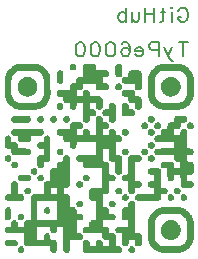
<source format=gbo>
G04 Layer: BottomSilkscreenLayer*
G04 EasyEDA Pro v2.2.45.4, 2025-12-09 09:54:16*
G04 Gerber Generator version 0.3*
G04 Scale: 100 percent, Rotated: No, Reflected: No*
G04 Dimensions in millimeters*
G04 Leading zeros omitted, absolute positions, 4 integers and 5 decimals*
G04 Generated by one-click*
%FSLAX45Y45*%
%MOMM*%
%ADD10C,0.2032*%
%ADD11C,0.5514*%
G75*


G04 Image Start*
G36*
G01X186106Y-2133056D02*
G01X-105799Y-2133056D01*
G01X-109675Y-2131004D01*
G01X-113548Y-2128952D01*
G01X-117523Y-2124977D01*
G01X-121501Y-2120997D01*
G01X-123553Y-2117123D01*
G01X-125603Y-2113247D01*
G01X-125603Y-2041766D01*
G01X-123553Y-2037893D01*
G01X-121501Y-2034017D01*
G01X-117523Y-2030042D01*
G01X-113548Y-2026061D01*
G01X-109675Y-2024014D01*
G01X-105799Y-2021964D01*
G01X-89438Y-2021964D01*
G01X-85565Y-2024014D01*
G01X-81689Y-2026061D01*
G01X-77711Y-2030042D01*
G01X-73736Y-2034017D01*
G01X-71686Y-2037893D01*
G01X-69634Y-2041766D01*
G01X-69355Y-2059208D01*
G01X-69078Y-2076646D01*
G01X-15944Y-2076646D01*
G01X-15664Y-2059208D01*
G01X-15387Y-2041766D01*
G01X-13335Y-2037893D01*
G01X-11285Y-2034017D01*
G01X-7308Y-2030042D01*
G01X-3332Y-2026061D01*
G01X544Y-2024014D01*
G01X4417Y-2021964D01*
G01X20777Y-2021964D01*
G01X24653Y-2024014D01*
G01X28527Y-2026061D01*
G01X32504Y-2030042D01*
G01X36479Y-2034017D01*
G01X38532Y-2037893D01*
G01X40584Y-2041766D01*
G01X40861Y-2059208D01*
G01X41140Y-2076646D01*
G01X94399Y-2076646D01*
G01X94399Y-2023379D01*
G01X76965Y-2023100D01*
G01X59525Y-2022820D01*
G01X55651Y-2020768D01*
G01X51775Y-2018718D01*
G01X47800Y-2014743D01*
G01X43823Y-2010763D01*
G01X41773Y-2006890D01*
G01X39721Y-2003014D01*
G01X39444Y-1985594D01*
G01X39164Y-1968172D01*
G01X-33317Y-1967939D01*
G01X-105799Y-1967702D01*
G01X-109675Y-1965653D01*
G01X-113548Y-1963600D01*
G01X-121501Y-1955648D01*
G01X-125600Y-1947896D01*
G01X-125600Y-1931533D01*
G01X-123551Y-1927659D01*
G01X-121501Y-1923783D01*
G01X-117523Y-1919806D01*
G01X-113548Y-1915828D01*
G01X-109675Y-1913778D01*
G01X-105799Y-1911726D01*
G01X-88425Y-1911449D01*
G01X-71051Y-1911170D01*
G01X-70772Y-1893794D01*
G01X-70495Y-1876417D01*
G01X-68445Y-1872541D01*
G01X-66393Y-1868665D01*
G01X-58440Y-1860713D01*
G01X-54567Y-1858660D01*
G01X-50691Y-1856610D01*
G01X-33254Y-1856329D01*
G01X-15817Y-1856052D01*
G01X-15817Y-1692676D01*
G01X-33254Y-1692397D01*
G01X-50691Y-1692120D01*
G01X-54567Y-1690065D01*
G01X-58440Y-1688015D01*
G01X-62415Y-1684038D01*
G01X-66393Y-1680060D01*
G01X-68445Y-1676184D01*
G01X-70495Y-1672311D01*
G01X-70495Y-1600830D01*
G01X-68445Y-1596954D01*
G01X-66393Y-1593080D01*
G01X-62415Y-1589103D01*
G01X-58440Y-1585125D01*
G01X-54567Y-1583073D01*
G01X-50691Y-1581023D01*
G01X39291Y-1580535D01*
G01X39291Y-1417000D01*
G01X-105799Y-1416533D01*
G01X-109675Y-1414480D01*
G01X-113548Y-1412430D01*
G01X-117523Y-1408453D01*
G01X-121501Y-1404475D01*
G01X-123553Y-1400599D01*
G01X-125603Y-1396726D01*
G01X-125882Y-1379350D01*
G01X-126162Y-1361971D01*
G01X-143535Y-1361694D01*
G01X-160909Y-1361415D01*
G01X-164782Y-1359365D01*
G01X-168659Y-1357312D01*
G01X-176611Y-1349360D01*
G01X-178659Y-1345484D01*
G01X-180708Y-1341608D01*
G01X-180708Y-1325245D01*
G01X-178659Y-1321369D01*
G01X-176611Y-1317495D01*
G01X-172636Y-1313515D01*
G01X-168659Y-1309540D01*
G01X-164782Y-1307490D01*
G01X-160909Y-1305436D01*
G01X-88364Y-1305204D01*
G01X-15817Y-1304971D01*
G01X-15817Y-1196495D01*
G01X-179296Y-1196495D01*
G01X-179573Y-1213935D01*
G01X-179852Y-1231374D01*
G01X-181902Y-1235250D01*
G01X-183954Y-1239126D01*
G01X-187932Y-1243101D01*
G01X-191907Y-1247076D01*
G01X-195781Y-1249129D01*
G01X-199657Y-1251176D01*
G01X-216017Y-1251176D01*
G01X-219890Y-1249129D01*
G01X-223766Y-1247076D01*
G01X-227744Y-1243101D01*
G01X-231719Y-1239126D01*
G01X-233769Y-1235250D01*
G01X-235821Y-1231374D01*
G01X-236101Y-1213996D01*
G01X-236377Y-1196619D01*
G01X-253751Y-1196343D01*
G01X-271125Y-1196063D01*
G01X-275001Y-1194011D01*
G01X-278874Y-1191961D01*
G01X-282852Y-1187983D01*
G01X-286827Y-1184006D01*
G01X-288879Y-1180130D01*
G01X-290929Y-1176256D01*
G01X-291208Y-1158880D01*
G01X-291485Y-1141504D01*
G01X-308859Y-1141225D01*
G01X-326235Y-1140945D01*
G01X-330109Y-1138895D01*
G01X-333982Y-1136843D01*
G01X-337960Y-1132868D01*
G01X-341935Y-1128890D01*
G01X-346034Y-1121138D01*
G01X-346034Y-1104776D01*
G01X-343985Y-1100899D01*
G01X-341935Y-1097026D01*
G01X-337960Y-1093048D01*
G01X-333982Y-1089071D01*
G01X-330109Y-1087018D01*
G01X-326235Y-1084969D01*
G01X-281305Y-1084725D01*
G01X-236377Y-1084481D01*
G01X-236101Y-1067069D01*
G01X-235821Y-1049660D01*
G01X-233769Y-1045784D01*
G01X-231719Y-1041908D01*
G01X-227744Y-1037933D01*
G01X-223766Y-1033953D01*
G01X-219890Y-1031903D01*
G01X-216017Y-1029851D01*
G01X-144549Y-1029851D01*
G01X-140673Y-1031903D01*
G01X-136799Y-1033953D01*
G01X-132822Y-1037933D01*
G01X-128847Y-1041908D01*
G01X-124747Y-1049660D01*
G01X-124747Y-1066020D01*
G01X-128847Y-1073772D01*
G01X-132822Y-1077750D01*
G01X-136799Y-1081725D01*
G01X-140673Y-1083777D01*
G01X-144549Y-1085830D01*
G01X-161983Y-1086109D01*
G01X-179421Y-1086386D01*
G01X-179421Y-1139655D01*
G01X-126162Y-1139655D01*
G01X-125603Y-1104776D01*
G01X-123553Y-1100899D01*
G01X-121501Y-1097026D01*
G01X-117523Y-1093048D01*
G01X-113548Y-1089071D01*
G01X-109675Y-1087021D01*
G01X-105799Y-1084974D01*
G01X-89438Y-1084974D01*
G01X-85565Y-1087021D01*
G01X-81689Y-1089071D01*
G01X-77711Y-1093048D01*
G01X-73736Y-1097026D01*
G01X-71686Y-1100899D01*
G01X-69634Y-1104776D01*
G01X-69355Y-1122215D01*
G01X-69078Y-1139655D01*
G01X-15855Y-1139655D01*
G01X-15621Y-1067097D01*
G01X-15387Y-994542D01*
G01X-13335Y-990666D01*
G01X-11285Y-986790D01*
G01X-3332Y-978837D01*
G01X544Y-976854D01*
G01X4417Y-974865D01*
G01X11306Y-974611D01*
G01X18197Y-974352D01*
G01X20353Y-975058D01*
G01X22512Y-975764D01*
G01X25519Y-977306D01*
G01X28527Y-978845D01*
G01X32504Y-982817D01*
G01X36479Y-986790D01*
G01X40584Y-994542D01*
G01X41138Y-1029294D01*
G01X58511Y-1029574D01*
G01X75888Y-1029851D01*
G01X79764Y-1031903D01*
G01X83637Y-1033953D01*
G01X87612Y-1037933D01*
G01X91587Y-1041908D01*
G01X93640Y-1045784D01*
G01X95687Y-1049660D01*
G01X95687Y-1066020D01*
G01X93640Y-1069896D01*
G01X91587Y-1073772D01*
G01X87612Y-1077750D01*
G01X83637Y-1081725D01*
G01X79764Y-1083777D01*
G01X75888Y-1085830D01*
G01X58450Y-1086109D01*
G01X41013Y-1086386D01*
G01X41013Y-1139655D01*
G01X94272Y-1139655D01*
G01X94831Y-1104776D01*
G01X96881Y-1100899D01*
G01X98933Y-1097026D01*
G01X102908Y-1093048D01*
G01X106886Y-1089071D01*
G01X110759Y-1087021D01*
G01X114635Y-1084974D01*
G01X130995Y-1084974D01*
G01X134871Y-1087021D01*
G01X138748Y-1089071D01*
G01X142723Y-1093048D01*
G01X146700Y-1097026D01*
G01X148750Y-1100899D01*
G01X150802Y-1104776D01*
G01X151079Y-1122152D01*
G01X151356Y-1139530D01*
G01X168732Y-1139807D01*
G01X186106Y-1140084D01*
G01X189979Y-1142136D01*
G01X193855Y-1144189D01*
G01X197830Y-1148166D01*
G01X201808Y-1152141D01*
G01X203855Y-1156017D01*
G01X205905Y-1159894D01*
G01X205905Y-1176256D01*
G01X203855Y-1180130D01*
G01X201808Y-1184006D01*
G01X197830Y-1187983D01*
G01X193855Y-1191961D01*
G01X189979Y-1194011D01*
G01X186106Y-1196063D01*
G01X168666Y-1196343D01*
G01X151232Y-1196622D01*
G01X151232Y-1304879D01*
G01X168666Y-1305159D01*
G01X186106Y-1305436D01*
G01X189979Y-1307490D01*
G01X193855Y-1309540D01*
G01X197830Y-1313515D01*
G01X201808Y-1317495D01*
G01X203858Y-1321369D01*
G01X205910Y-1325245D01*
G01X205910Y-1451841D01*
G01X203858Y-1455717D01*
G01X201808Y-1459593D01*
G01X197830Y-1463568D01*
G01X193855Y-1467546D01*
G01X189979Y-1469596D01*
G01X186106Y-1471646D01*
G01X169746Y-1471646D01*
G01X165870Y-1469596D01*
G01X161996Y-1467546D01*
G01X154043Y-1459593D01*
G01X151991Y-1455717D01*
G01X149941Y-1451841D01*
G01X149695Y-1406906D01*
G01X149451Y-1361973D01*
G01X132044Y-1361694D01*
G01X114635Y-1361415D01*
G01X110759Y-1359365D01*
G01X106886Y-1357312D01*
G01X98933Y-1349360D01*
G01X96881Y-1345484D01*
G01X94831Y-1341608D01*
G01X94587Y-1296609D01*
G01X94343Y-1251613D01*
G01X41013Y-1251613D01*
G01X41013Y-1359995D01*
G01X58450Y-1360274D01*
G01X75888Y-1360556D01*
G01X79764Y-1362606D01*
G01X83637Y-1364658D01*
G01X87612Y-1368633D01*
G01X91587Y-1372611D01*
G01X93642Y-1376487D01*
G01X95692Y-1380363D01*
G01X95936Y-1425298D01*
G01X96180Y-1470231D01*
G01X113586Y-1470510D01*
G01X130995Y-1470790D01*
G01X134871Y-1472839D01*
G01X138748Y-1474892D01*
G01X146700Y-1482844D01*
G01X148747Y-1486720D01*
G01X150797Y-1490596D01*
G01X150797Y-1506959D01*
G01X148747Y-1510835D01*
G01X146700Y-1514709D01*
G01X142723Y-1518689D01*
G01X138748Y-1522664D01*
G01X134871Y-1524714D01*
G01X130995Y-1526766D01*
G01X113586Y-1527045D01*
G01X96180Y-1527322D01*
G01X95692Y-1617193D01*
G01X93642Y-1621069D01*
G01X91587Y-1624942D01*
G01X87612Y-1628922D01*
G01X83637Y-1632897D01*
G01X79764Y-1634950D01*
G01X75888Y-1637000D01*
G01X41013Y-1637558D01*
G01X41013Y-1745816D01*
G01X58450Y-1746095D01*
G01X75888Y-1746372D01*
G01X79764Y-1748427D01*
G01X83637Y-1750479D01*
G01X87612Y-1754454D01*
G01X91587Y-1758432D01*
G01X93642Y-1762308D01*
G01X95692Y-1766184D01*
G01X95969Y-1783560D01*
G01X96248Y-1800936D01*
G01X113622Y-1801213D01*
G01X130995Y-1801492D01*
G01X134871Y-1803545D01*
G01X138748Y-1805595D01*
G01X142723Y-1809570D01*
G01X146700Y-1813550D01*
G01X148747Y-1817423D01*
G01X150797Y-1821299D01*
G01X150797Y-1837662D01*
G01X148747Y-1841538D01*
G01X146700Y-1845414D01*
G01X142723Y-1849389D01*
G01X138748Y-1853367D01*
G01X134871Y-1855419D01*
G01X130995Y-1857469D01*
G01X86004Y-1857713D01*
G01X41013Y-1857959D01*
G01X41013Y-1911170D01*
G01X58450Y-1911447D01*
G01X75888Y-1911726D01*
G01X79764Y-1913778D01*
G01X83637Y-1915828D01*
G01X91587Y-1923783D01*
G01X93642Y-1927659D01*
G01X95692Y-1931533D01*
G01X95969Y-1948909D01*
G01X96248Y-1966285D01*
G01X130995Y-1966844D01*
G01X134871Y-1968894D01*
G01X138748Y-1970946D01*
G01X142723Y-1974924D01*
G01X146700Y-1978899D01*
G01X148750Y-1982775D01*
G01X150802Y-1986651D01*
G01X151046Y-2031586D01*
G01X151290Y-2076519D01*
G01X168699Y-2076801D01*
G01X186106Y-2077077D01*
G01X189979Y-2079127D01*
G01X193855Y-2081179D01*
G01X197830Y-2085157D01*
G01X201808Y-2089132D01*
G01X203855Y-2093008D01*
G01X205905Y-2096884D01*
G01X205905Y-2113247D01*
G01X203855Y-2117123D01*
G01X201808Y-2120997D01*
G01X197830Y-2124977D01*
G01X193855Y-2128952D01*
G01X189979Y-2131004D01*
G01X186106Y-2133056D01*
G37*
G36*
G01X-254765Y-2133051D02*
G01X-271125Y-2133051D01*
G01X-275001Y-2131002D01*
G01X-278874Y-2128952D01*
G01X-282852Y-2124977D01*
G01X-286827Y-2120997D01*
G01X-288879Y-2117123D01*
G01X-290929Y-2113247D01*
G01X-291158Y-2013133D01*
G01X-291389Y-1913016D01*
G01X-344620Y-1913016D01*
G01X-344899Y-1930458D01*
G01X-345178Y-1947896D01*
G01X-347228Y-1951772D01*
G01X-349280Y-1955648D01*
G01X-353256Y-1959625D01*
G01X-357233Y-1963600D01*
G01X-361107Y-1965650D01*
G01X-364983Y-1967700D01*
G01X-381343Y-1967700D01*
G01X-389095Y-1963600D01*
G01X-397048Y-1955648D01*
G01X-399097Y-1951772D01*
G01X-401150Y-1947896D01*
G01X-401427Y-1930458D01*
G01X-401706Y-1913016D01*
G01X-510075Y-1913016D01*
G01X-510075Y-2021530D01*
G01X-456814Y-2021530D01*
G01X-456535Y-2004090D01*
G01X-456258Y-1986651D01*
G01X-454205Y-1982775D01*
G01X-452156Y-1978899D01*
G01X-448178Y-1974924D01*
G01X-444203Y-1970946D01*
G01X-440327Y-1968896D01*
G01X-436453Y-1966849D01*
G01X-420093Y-1966849D01*
G01X-416217Y-1968896D01*
G01X-412344Y-1970946D01*
G01X-404391Y-1978899D01*
G01X-400286Y-1986651D01*
G01X-400009Y-2004027D01*
G01X-399730Y-2021403D01*
G01X-382356Y-2021683D01*
G01X-364983Y-2021959D01*
G01X-361107Y-2024012D01*
G01X-357233Y-2026061D01*
G01X-353256Y-2030042D01*
G01X-349280Y-2034017D01*
G01X-347228Y-2037893D01*
G01X-345178Y-2041766D01*
G01X-345178Y-2113247D01*
G01X-347228Y-2117123D01*
G01X-349280Y-2120997D01*
G01X-353256Y-2124977D01*
G01X-357233Y-2128952D01*
G01X-361107Y-2131002D01*
G01X-364983Y-2133051D01*
G01X-381343Y-2133051D01*
G01X-389095Y-2128952D01*
G01X-393070Y-2124977D01*
G01X-397048Y-2120997D01*
G01X-399097Y-2117123D01*
G01X-401150Y-2113247D01*
G01X-401427Y-2095823D01*
G01X-401706Y-2078396D01*
G01X-601777Y-2077938D01*
G01X-605653Y-2075886D01*
G01X-609526Y-2073834D01*
G01X-613504Y-2069859D01*
G01X-617482Y-2065881D01*
G01X-621581Y-2058129D01*
G01X-621825Y-2013153D01*
G01X-622071Y-1968172D01*
G01X-694588Y-1967939D01*
G01X-767103Y-1967702D01*
G01X-770979Y-1965653D01*
G01X-774852Y-1963600D01*
G01X-778830Y-1959625D01*
G01X-782805Y-1955648D01*
G01X-786905Y-1947896D01*
G01X-786905Y-1931533D01*
G01X-784855Y-1927659D01*
G01X-782805Y-1923783D01*
G01X-778830Y-1919806D01*
G01X-774852Y-1915828D01*
G01X-770979Y-1913778D01*
G01X-767103Y-1911726D01*
G01X-749729Y-1911449D01*
G01X-732356Y-1911170D01*
G01X-732079Y-1893794D01*
G01X-731799Y-1876417D01*
G01X-729747Y-1872541D01*
G01X-727697Y-1868665D01*
G01X-723722Y-1864688D01*
G01X-719745Y-1860713D01*
G01X-715869Y-1858663D01*
G01X-711995Y-1856613D01*
G01X-695635Y-1856613D01*
G01X-691759Y-1858663D01*
G01X-687885Y-1860713D01*
G01X-679933Y-1868665D01*
G01X-677880Y-1872541D01*
G01X-675830Y-1876417D01*
G01X-675551Y-1893854D01*
G01X-675274Y-1911297D01*
G01X-622140Y-1911297D01*
G01X-621863Y-1893854D01*
G01X-621581Y-1876417D01*
G01X-617482Y-1868665D01*
G01X-613504Y-1864688D01*
G01X-609526Y-1860713D01*
G01X-605653Y-1858660D01*
G01X-601777Y-1856610D01*
G01X-584357Y-1856329D01*
G01X-566933Y-1856052D01*
G01X-566704Y-1755999D01*
G01X-566558Y-1692549D01*
G01X-510075Y-1692549D01*
G01X-510075Y-1856179D01*
G01X-346471Y-1856179D01*
G01X-346471Y-1692549D01*
G01X-346471Y-1692549D01*
G01X-510075Y-1692549D01*
G01X-566558Y-1692549D01*
G01X-566473Y-1655948D01*
G01X-564424Y-1652072D01*
G01X-562371Y-1648196D01*
G01X-558394Y-1644221D01*
G01X-554418Y-1640243D01*
G01X-550545Y-1638191D01*
G01X-546669Y-1636138D01*
G01X-501708Y-1635895D01*
G01X-456745Y-1635651D01*
G01X-456501Y-1590680D01*
G01X-456456Y-1582313D01*
G01X-399854Y-1582313D01*
G01X-399854Y-1635709D01*
G01X-346471Y-1635709D01*
G01X-346471Y-1582313D01*
G01X-346471Y-1582313D01*
G01X-399854Y-1582313D01*
G01X-456456Y-1582313D01*
G01X-456258Y-1545712D01*
G01X-454205Y-1541838D01*
G01X-452156Y-1537962D01*
G01X-448178Y-1533987D01*
G01X-444203Y-1530007D01*
G01X-440327Y-1527957D01*
G01X-436453Y-1525905D01*
G01X-419044Y-1525628D01*
G01X-401635Y-1525349D01*
G01X-401391Y-1480414D01*
G01X-401150Y-1435478D01*
G01X-399097Y-1431605D01*
G01X-397048Y-1427729D01*
G01X-393070Y-1423751D01*
G01X-389095Y-1419774D01*
G01X-385219Y-1417724D01*
G01X-381343Y-1415672D01*
G01X-363969Y-1415392D01*
G01X-346596Y-1415115D01*
G01X-346316Y-1397739D01*
G01X-346039Y-1380363D01*
G01X-341935Y-1372611D01*
G01X-337960Y-1368633D01*
G01X-333982Y-1364658D01*
G01X-330109Y-1362606D01*
G01X-326235Y-1360556D01*
G01X-308859Y-1360274D01*
G01X-291485Y-1359997D01*
G01X-291208Y-1342621D01*
G01X-290929Y-1325245D01*
G01X-288879Y-1321369D01*
G01X-286827Y-1317495D01*
G01X-282852Y-1313515D01*
G01X-278874Y-1309540D01*
G01X-275001Y-1307554D01*
G01X-271125Y-1305570D01*
G01X-264239Y-1305311D01*
G01X-257348Y-1305055D01*
G01X-255191Y-1305761D01*
G01X-253032Y-1306469D01*
G01X-250025Y-1308009D01*
G01X-247015Y-1309548D01*
G01X-243040Y-1313520D01*
G01X-239062Y-1317495D01*
G01X-237012Y-1321369D01*
G01X-234960Y-1325245D01*
G01X-234960Y-1562075D01*
G01X-237012Y-1565951D01*
G01X-239062Y-1569827D01*
G01X-247015Y-1577779D01*
G01X-250891Y-1579832D01*
G01X-254765Y-1581884D01*
G01X-289639Y-1582443D01*
G01X-289639Y-1635582D01*
G01X-272202Y-1635862D01*
G01X-254765Y-1636138D01*
G01X-250891Y-1638191D01*
G01X-247015Y-1640243D01*
G01X-243040Y-1644221D01*
G01X-239062Y-1648196D01*
G01X-237012Y-1652072D01*
G01X-234960Y-1655948D01*
G01X-234716Y-1700881D01*
G01X-234472Y-1745818D01*
G01X-217063Y-1746095D01*
G01X-199657Y-1746372D01*
G01X-195781Y-1748427D01*
G01X-191907Y-1750479D01*
G01X-183954Y-1758432D01*
G01X-181902Y-1762308D01*
G01X-179852Y-1766184D01*
G01X-179575Y-1783560D01*
G01X-179296Y-1800936D01*
G01X-161922Y-1801213D01*
G01X-144549Y-1801492D01*
G01X-140673Y-1803545D01*
G01X-136799Y-1805595D01*
G01X-132822Y-1809570D01*
G01X-128847Y-1813550D01*
G01X-126797Y-1817423D01*
G01X-124747Y-1821299D01*
G01X-124747Y-1837662D01*
G01X-128847Y-1845414D01*
G01X-136799Y-1853367D01*
G01X-140673Y-1855419D01*
G01X-144549Y-1857469D01*
G01X-161983Y-1857751D01*
G01X-179421Y-1858028D01*
G01X-179421Y-1966285D01*
G01X-161983Y-1966565D01*
G01X-144549Y-1966844D01*
G01X-140673Y-1968894D01*
G01X-136799Y-1970946D01*
G01X-128847Y-1978899D01*
G01X-124747Y-1986651D01*
G01X-124747Y-2003014D01*
G01X-126797Y-2006890D01*
G01X-128847Y-2010763D01*
G01X-132822Y-2014743D01*
G01X-136799Y-2018718D01*
G01X-140673Y-2020768D01*
G01X-144549Y-2022820D01*
G01X-189509Y-2023067D01*
G01X-234472Y-2023311D01*
G01X-234960Y-2113247D01*
G01X-237012Y-2117123D01*
G01X-239062Y-2120997D01*
G01X-243040Y-2124977D01*
G01X-247015Y-2128952D01*
G01X-250891Y-2131002D01*
G01X-254765Y-2133051D01*
G37*
G36*
G01X-420093Y-1802323D02*
G01X-436453Y-1802323D01*
G01X-440327Y-1800243D01*
G01X-444203Y-1798163D01*
G01X-448135Y-1794228D01*
G01X-452067Y-1790296D01*
G01X-454147Y-1786420D01*
G01X-456227Y-1782547D01*
G01X-456227Y-1766184D01*
G01X-452067Y-1758432D01*
G01X-444203Y-1750563D01*
G01X-440327Y-1748549D01*
G01X-436453Y-1746534D01*
G01X-429562Y-1746255D01*
G01X-422674Y-1745978D01*
G01X-421383Y-1746448D01*
G01X-420093Y-1746913D01*
G01X-416217Y-1748721D01*
G01X-412344Y-1750527D01*
G01X-408409Y-1754480D01*
G01X-404477Y-1758432D01*
G01X-400317Y-1766184D01*
G01X-400317Y-1782547D01*
G01X-402397Y-1786420D01*
G01X-404477Y-1790296D01*
G01X-412344Y-1798163D01*
G01X-416217Y-1800243D01*
G01X-420093Y-1802323D01*
G37*
G36*
G01X-81689Y-1026610D02*
G01X-85565Y-1028659D01*
G01X-89438Y-1030707D01*
G01X-105799Y-1030707D01*
G01X-109675Y-1028659D01*
G01X-113548Y-1026610D01*
G01X-117523Y-1022632D01*
G01X-121501Y-1018654D01*
G01X-123553Y-1014781D01*
G01X-125603Y-1010905D01*
G01X-125839Y-938347D01*
G01X-126073Y-865792D01*
G01X-179296Y-865792D01*
G01X-179573Y-883229D01*
G01X-179852Y-900671D01*
G01X-181902Y-904547D01*
G01X-183954Y-908421D01*
G01X-187932Y-912398D01*
G01X-191907Y-916376D01*
G01X-195781Y-918423D01*
G01X-199657Y-920473D01*
G01X-216017Y-920473D01*
G01X-219890Y-918423D01*
G01X-223766Y-916376D01*
G01X-227744Y-912398D01*
G01X-231719Y-908421D01*
G01X-233769Y-904547D01*
G01X-235821Y-900671D01*
G01X-236101Y-883295D01*
G01X-236377Y-865916D01*
G01X-253751Y-865640D01*
G01X-271125Y-865360D01*
G01X-275001Y-863310D01*
G01X-278874Y-861258D01*
G01X-286827Y-853305D01*
G01X-288879Y-849429D01*
G01X-290929Y-845553D01*
G01X-291208Y-828175D01*
G01X-291485Y-810798D01*
G01X-308859Y-810522D01*
G01X-326235Y-810245D01*
G01X-333982Y-806140D01*
G01X-341935Y-798187D01*
G01X-343985Y-794311D01*
G01X-346034Y-790438D01*
G01X-346034Y-774073D01*
G01X-341935Y-766321D01*
G01X-333982Y-758368D01*
G01X-330109Y-756315D01*
G01X-326235Y-754266D01*
G01X-281305Y-754022D01*
G01X-236377Y-753778D01*
G01X-236101Y-736366D01*
G01X-235821Y-718955D01*
G01X-233769Y-715079D01*
G01X-231719Y-711205D01*
G01X-227744Y-707227D01*
G01X-223766Y-703250D01*
G01X-219890Y-701200D01*
G01X-216017Y-699148D01*
G01X-181270Y-698594D01*
G01X-180993Y-681215D01*
G01X-180713Y-663839D01*
G01X-178661Y-659963D01*
G01X-176611Y-656087D01*
G01X-168659Y-648134D01*
G01X-164782Y-646082D01*
G01X-160909Y-644030D01*
G01X-143500Y-643753D01*
G01X-126093Y-643473D01*
G01X-125847Y-598538D01*
G01X-125603Y-553606D01*
G01X-123553Y-549730D01*
G01X-121501Y-545854D01*
G01X-117523Y-541876D01*
G01X-113548Y-537898D01*
G01X-109675Y-535849D01*
G01X-105799Y-533796D01*
G01X-36914Y-533476D01*
G01X-34755Y-534152D01*
G01X-32598Y-534827D01*
G01X-29588Y-536367D01*
G01X-26581Y-537906D01*
G01X-22603Y-541881D01*
G01X-18628Y-545854D01*
G01X-16579Y-549730D01*
G01X-14526Y-553606D01*
G01X-14247Y-571015D01*
G01X-13970Y-588424D01*
G01X30958Y-588670D01*
G01X75888Y-588914D01*
G01X79764Y-590964D01*
G01X83637Y-593016D01*
G01X91587Y-600972D01*
G01X93640Y-604845D01*
G01X95687Y-608721D01*
G01X95687Y-625084D01*
G01X93640Y-628960D01*
G01X91587Y-632836D01*
G01X87612Y-636814D01*
G01X83637Y-640789D01*
G01X79764Y-642841D01*
G01X75888Y-644891D01*
G01X41013Y-645450D01*
G01X41013Y-698591D01*
G01X58450Y-698871D01*
G01X75888Y-699148D01*
G01X79764Y-701200D01*
G01X83637Y-703250D01*
G01X91587Y-711205D01*
G01X93640Y-715079D01*
G01X95687Y-718955D01*
G01X95687Y-735317D01*
G01X93640Y-739193D01*
G01X91587Y-743069D01*
G01X87612Y-747047D01*
G01X83637Y-751022D01*
G01X79764Y-753074D01*
G01X75888Y-755124D01*
G01X4417Y-755124D01*
G01X544Y-753074D01*
G01X-3332Y-751022D01*
G01X-11285Y-743069D01*
G01X-13335Y-739193D01*
G01X-15387Y-735317D01*
G01X-15664Y-717880D01*
G01X-15944Y-700438D01*
G01X-124186Y-700438D01*
G01X-124463Y-717880D01*
G01X-124744Y-735317D01*
G01X-126794Y-739193D01*
G01X-128847Y-743069D01*
G01X-132822Y-747047D01*
G01X-136799Y-751022D01*
G01X-140673Y-753074D01*
G01X-144549Y-755124D01*
G01X-161983Y-755404D01*
G01X-179421Y-755686D01*
G01X-179421Y-808952D01*
G01X-126162Y-808952D01*
G01X-125603Y-774073D01*
G01X-123553Y-770197D01*
G01X-121501Y-766321D01*
G01X-117523Y-762345D01*
G01X-113548Y-758368D01*
G01X-109675Y-756318D01*
G01X-105799Y-754268D01*
G01X-89438Y-754268D01*
G01X-85565Y-756318D01*
G01X-81689Y-758368D01*
G01X-73736Y-766321D01*
G01X-71686Y-770197D01*
G01X-69634Y-774073D01*
G01X-69355Y-791484D01*
G01X-69078Y-808893D01*
G01X20777Y-809381D01*
G01X24653Y-811433D01*
G01X28527Y-813486D01*
G01X36479Y-821439D01*
G01X38532Y-825315D01*
G01X40584Y-829188D01*
G01X40584Y-900671D01*
G01X38532Y-904547D01*
G01X36479Y-908421D01*
G01X32504Y-912398D01*
G01X28527Y-916376D01*
G01X24653Y-918423D01*
G01X20777Y-920473D01*
G01X4417Y-920473D01*
G01X544Y-918423D01*
G01X-3332Y-916376D01*
G01X-7308Y-912398D01*
G01X-11285Y-908421D01*
G01X-13335Y-904547D01*
G01X-15387Y-900671D01*
G01X-15664Y-883229D01*
G01X-15944Y-865792D01*
G01X-69205Y-865792D01*
G01X-69205Y-919058D01*
G01X-34331Y-919617D01*
G01X-30457Y-921669D01*
G01X-26581Y-923719D01*
G01X-22603Y-927697D01*
G01X-18628Y-931675D01*
G01X-16581Y-935551D01*
G01X-14531Y-939424D01*
G01X-14531Y-955787D01*
G01X-16581Y-959663D01*
G01X-18628Y-963539D01*
G01X-26581Y-971492D01*
G01X-30457Y-973544D01*
G01X-34331Y-975596D01*
G01X-51704Y-975873D01*
G01X-69078Y-976152D01*
G01X-69355Y-993529D01*
G01X-69634Y-1010905D01*
G01X-71686Y-1014781D01*
G01X-73736Y-1018654D01*
G01X-77711Y-1022632D01*
G01X-81689Y-1026610D01*
G37*
G36*
G01X800049Y-1577779D02*
G01X796176Y-1579832D01*
G01X792300Y-1581884D01*
G01X720832Y-1581884D01*
G01X716958Y-1579832D01*
G01X713082Y-1577779D01*
G01X709105Y-1573804D01*
G01X705129Y-1569827D01*
G01X703077Y-1565951D01*
G01X701027Y-1562075D01*
G01X700781Y-1517078D01*
G01X700537Y-1472080D01*
G01X647337Y-1472080D01*
G01X647057Y-1489519D01*
G01X646781Y-1506959D01*
G01X644728Y-1510835D01*
G01X642678Y-1514709D01*
G01X638701Y-1518689D01*
G01X634726Y-1522664D01*
G01X630850Y-1524714D01*
G01X626976Y-1526761D01*
G01X610616Y-1526761D01*
G01X606740Y-1524714D01*
G01X602866Y-1522664D01*
G01X598889Y-1518689D01*
G01X594911Y-1514709D01*
G01X592861Y-1510835D01*
G01X590812Y-1506959D01*
G01X590565Y-1462024D01*
G01X590321Y-1417089D01*
G01X572912Y-1416809D01*
G01X555503Y-1416533D01*
G01X551630Y-1414480D01*
G01X547754Y-1412430D01*
G01X539803Y-1404475D01*
G01X537754Y-1400599D01*
G01X535704Y-1396726D01*
G01X535704Y-1380363D01*
G01X539803Y-1372611D01*
G01X543778Y-1368633D01*
G01X547754Y-1364658D01*
G01X551630Y-1362606D01*
G01X555503Y-1360556D01*
G01X626976Y-1360556D01*
G01X630850Y-1362606D01*
G01X634726Y-1364658D01*
G01X642678Y-1372611D01*
G01X644728Y-1376487D01*
G01X646781Y-1380363D01*
G01X647057Y-1397800D01*
G01X647337Y-1415242D01*
G01X700598Y-1415242D01*
G01X700598Y-1361973D01*
G01X683158Y-1361694D01*
G01X665724Y-1361415D01*
G01X661848Y-1359365D01*
G01X657974Y-1357312D01*
G01X650022Y-1349360D01*
G01X647969Y-1345484D01*
G01X645919Y-1341608D01*
G01X645640Y-1324186D01*
G01X645363Y-1306766D01*
G01X572877Y-1306533D01*
G01X500395Y-1306299D01*
G01X496522Y-1304247D01*
G01X492646Y-1302197D01*
G01X488671Y-1298217D01*
G01X484693Y-1294242D01*
G01X482646Y-1290366D01*
G01X480596Y-1286492D01*
G01X480596Y-1270127D01*
G01X482646Y-1266251D01*
G01X484693Y-1262375D01*
G01X488671Y-1258400D01*
G01X492646Y-1254425D01*
G01X496522Y-1252370D01*
G01X500395Y-1250318D01*
G01X572943Y-1250084D01*
G01X645488Y-1249850D01*
G01X645488Y-1196530D01*
G01X572943Y-1196297D01*
G01X500395Y-1196063D01*
G01X496522Y-1194011D01*
G01X492646Y-1191961D01*
G01X488671Y-1187983D01*
G01X484693Y-1184006D01*
G01X482646Y-1180130D01*
G01X480596Y-1176256D01*
G01X480596Y-1159894D01*
G01X482646Y-1156017D01*
G01X484693Y-1152141D01*
G01X488671Y-1148166D01*
G01X492646Y-1144189D01*
G01X496522Y-1142136D01*
G01X500395Y-1140084D01*
G01X517771Y-1139807D01*
G01X535145Y-1139530D01*
G01X535422Y-1122152D01*
G01X535699Y-1104776D01*
G01X537751Y-1100899D01*
G01X539803Y-1097026D01*
G01X547754Y-1089071D01*
G01X551630Y-1087018D01*
G01X555503Y-1084969D01*
G01X572879Y-1084692D01*
G01X590253Y-1084412D01*
G01X590530Y-1067036D01*
G01X590812Y-1049660D01*
G01X594911Y-1041908D01*
G01X598889Y-1037933D01*
G01X602866Y-1033953D01*
G01X606740Y-1031903D01*
G01X610616Y-1029851D01*
G01X627990Y-1029574D01*
G01X645363Y-1029294D01*
G01X645640Y-1011918D01*
G01X645919Y-994542D01*
G01X647969Y-990666D01*
G01X650022Y-986790D01*
G01X653997Y-982812D01*
G01X657974Y-978837D01*
G01X661848Y-976785D01*
G01X665724Y-974735D01*
G01X734609Y-974415D01*
G01X736765Y-975088D01*
G01X738924Y-975764D01*
G01X741934Y-977306D01*
G01X744941Y-978845D01*
G01X748916Y-982817D01*
G01X752894Y-986790D01*
G01X754944Y-990666D01*
G01X756991Y-994542D01*
G01X756991Y-1010905D01*
G01X754944Y-1014781D01*
G01X752894Y-1018654D01*
G01X748916Y-1022632D01*
G01X744941Y-1026610D01*
G01X741068Y-1028662D01*
G01X737192Y-1030712D01*
G01X719818Y-1030989D01*
G01X702445Y-1031268D01*
G01X702165Y-1048644D01*
G01X701888Y-1066020D01*
G01X699836Y-1069896D01*
G01X697786Y-1073772D01*
G01X689834Y-1081725D01*
G01X685957Y-1083777D01*
G01X682084Y-1085830D01*
G01X664644Y-1086109D01*
G01X647210Y-1086386D01*
G01X647210Y-1139655D01*
G01X700471Y-1139655D01*
G01X700748Y-1122215D01*
G01X701027Y-1104776D01*
G01X703077Y-1100899D01*
G01X705129Y-1097026D01*
G01X709105Y-1093048D01*
G01X713082Y-1089071D01*
G01X716958Y-1087021D01*
G01X720832Y-1084974D01*
G01X737192Y-1084974D01*
G01X741068Y-1087021D01*
G01X744941Y-1089071D01*
G01X748916Y-1093048D01*
G01X752894Y-1097026D01*
G01X754946Y-1100899D01*
G01X756996Y-1104776D01*
G01X757230Y-1177270D01*
G01X757466Y-1249761D01*
G01X774883Y-1250041D01*
G01X792300Y-1250318D01*
G01X796176Y-1252370D01*
G01X800049Y-1254425D01*
G01X804027Y-1258400D01*
G01X808002Y-1262375D01*
G01X810052Y-1266251D01*
G01X812099Y-1270127D01*
G01X812099Y-1286492D01*
G01X810052Y-1290366D01*
G01X808002Y-1294242D01*
G01X804027Y-1298217D01*
G01X800049Y-1302197D01*
G01X796176Y-1304247D01*
G01X792300Y-1306299D01*
G01X774865Y-1306576D01*
G01X757425Y-1306855D01*
G01X757425Y-1359995D01*
G01X774865Y-1360274D01*
G01X792300Y-1360556D01*
G01X796176Y-1362606D01*
G01X800049Y-1364658D01*
G01X804027Y-1368633D01*
G01X808002Y-1372611D01*
G01X810054Y-1376487D01*
G01X812104Y-1380363D01*
G01X812104Y-1451841D01*
G01X810054Y-1455717D01*
G01X808002Y-1459593D01*
G01X800049Y-1467546D01*
G01X796176Y-1469598D01*
G01X792300Y-1471651D01*
G01X774865Y-1471930D01*
G01X757425Y-1472207D01*
G01X757425Y-1525349D01*
G01X774865Y-1525626D01*
G01X792300Y-1525905D01*
G01X796176Y-1527957D01*
G01X800049Y-1530007D01*
G01X804027Y-1533987D01*
G01X808002Y-1537962D01*
G01X810052Y-1541838D01*
G01X812099Y-1545712D01*
G01X812099Y-1562075D01*
G01X810052Y-1565951D01*
G01X808002Y-1569827D01*
G01X804027Y-1573804D01*
G01X800049Y-1577779D01*
G37*
G36*
G01X-530309Y-920786D02*
G01X-660331Y-920821D01*
G01X-665930Y-920072D01*
G01X-671525Y-919323D01*
G01X-675399Y-918340D01*
G01X-679275Y-917354D01*
G01X-684009Y-916186D01*
G01X-688746Y-915017D01*
G01X-697050Y-912117D01*
G01X-705353Y-909218D01*
G01X-706521Y-908279D01*
G01X-707690Y-907341D01*
G01X-709844Y-906686D01*
G01X-711995Y-906031D01*
G01X-714047Y-904425D01*
G01X-716105Y-902823D01*
G01X-718454Y-902823D01*
G01X-718454Y-901134D01*
G01X-720524Y-900613D01*
G01X-722597Y-900095D01*
G01X-726503Y-895934D01*
G01X-728000Y-895934D01*
G01X-729038Y-895096D01*
G01X-730077Y-894255D01*
G01X-735673Y-889749D01*
G01X-741274Y-885246D01*
G01X-742399Y-883702D01*
G01X-743521Y-882155D01*
G01X-745147Y-882155D01*
G01X-746869Y-880433D01*
G01X-748591Y-878708D01*
G01X-748591Y-877085D01*
G01X-750181Y-875960D01*
G01X-751774Y-874834D01*
G01X-759221Y-865561D01*
G01X-766674Y-856285D01*
G01X-766674Y-853857D01*
G01X-768828Y-851581D01*
G01X-772404Y-844260D01*
G01X-775978Y-836940D01*
G01X-777766Y-833046D01*
G01X-779554Y-829147D01*
G01X-780123Y-826155D01*
G01X-780692Y-823161D01*
G01X-782566Y-819716D01*
G01X-783595Y-814550D01*
G01X-784621Y-809381D01*
G01X-785688Y-805505D01*
G01X-786752Y-801632D01*
G01X-786816Y-787852D01*
G01X-730453Y-787852D01*
G01X-728398Y-797324D01*
G01X-726343Y-806801D01*
G01X-724852Y-811106D01*
G01X-723359Y-815411D01*
G01X-722300Y-816701D01*
G01X-721241Y-817994D01*
G01X-720621Y-820021D01*
G01X-720004Y-822048D01*
G01X-716300Y-827484D01*
G01X-712292Y-832642D01*
G01X-708287Y-837804D01*
G01X-704974Y-840910D01*
G01X-701662Y-844022D01*
G01X-696029Y-848269D01*
G01X-690397Y-852521D01*
G01X-683113Y-856021D01*
G01X-675830Y-859521D01*
G01X-664637Y-861799D01*
G01X-664637Y-861799D01*
G01X-653440Y-864078D01*
G01X-593169Y-864032D01*
G01X-532892Y-863989D01*
G01X-523420Y-861969D01*
G01X-513949Y-859947D01*
G01X-510075Y-858525D01*
G01X-506199Y-857103D01*
G01X-499311Y-853585D01*
G01X-492422Y-850064D01*
G01X-489836Y-847519D01*
G01X-487256Y-844974D01*
G01X-485023Y-843803D01*
G01X-482790Y-842635D01*
G01X-477751Y-836343D01*
G01X-472709Y-830052D01*
G01X-470464Y-828675D01*
G01X-470464Y-826409D01*
G01X-468861Y-824354D01*
G01X-467258Y-822302D01*
G01X-466606Y-820148D01*
G01X-465955Y-817994D01*
G01X-464830Y-816701D01*
G01X-463710Y-815411D01*
G01X-463093Y-812825D01*
G01X-462476Y-810245D01*
G01X-461592Y-809120D01*
G01X-460705Y-807999D01*
G01X-459499Y-802231D01*
G01X-458290Y-796465D01*
G01X-457551Y-792157D01*
G01X-456814Y-787852D01*
G01X-456750Y-727784D01*
G01X-456687Y-667713D01*
G01X-458059Y-659747D01*
G01X-459433Y-651782D01*
G01X-460695Y-648338D01*
G01X-461957Y-644891D01*
G01X-462864Y-641891D01*
G01X-463768Y-638891D01*
G01X-465394Y-636824D01*
G01X-467022Y-634756D01*
G01X-467022Y-632480D01*
G01X-469189Y-629214D01*
G01X-471358Y-625945D01*
G01X-472420Y-624291D01*
G01X-473476Y-622638D01*
G01X-481193Y-614604D01*
G01X-488909Y-606567D01*
G01X-490342Y-606567D01*
G01X-491381Y-605721D01*
G01X-492422Y-604873D01*
G01X-495130Y-602706D01*
G01X-497835Y-600540D01*
G01X-500370Y-600540D01*
G01X-502422Y-598970D01*
G01X-504477Y-597400D01*
G01X-509643Y-595589D01*
G01X-514810Y-593776D01*
G01X-521698Y-592826D01*
G01X-532031Y-590382D01*
G01X-653788Y-590205D01*
G01X-658353Y-591101D01*
G01X-662915Y-591995D01*
G01X-666791Y-592899D01*
G01X-670664Y-593804D01*
G01X-680997Y-597294D01*
G01X-687885Y-600740D01*
G01X-694774Y-604190D01*
G01X-702836Y-611307D01*
G01X-708551Y-616636D01*
G01X-712409Y-621154D01*
G01X-716265Y-625673D01*
G01X-717342Y-627962D01*
G01X-718421Y-630250D01*
G01X-719991Y-632836D01*
G01X-720989Y-634990D01*
G01X-721990Y-637141D01*
G01X-723814Y-640585D01*
G01X-725635Y-644030D01*
G01X-727260Y-650921D01*
G01X-728883Y-657812D01*
G01X-729633Y-662117D01*
G01X-730385Y-666422D01*
G01X-730418Y-727136D01*
G01X-730453Y-787852D01*
G01X-786816Y-787852D01*
G01X-787075Y-731876D01*
G01X-787400Y-662117D01*
G01X-786574Y-655658D01*
G01X-785749Y-649196D01*
G01X-784824Y-645536D01*
G01X-783895Y-641876D01*
G01X-782958Y-638218D01*
G01X-782023Y-634558D01*
G01X-780524Y-629389D01*
G01X-779026Y-624223D01*
G01X-777923Y-621640D01*
G01X-776816Y-619056D01*
G01X-772820Y-610875D01*
G01X-768828Y-602691D01*
G01X-768276Y-602262D01*
G01X-767730Y-601830D01*
G01X-766384Y-598602D01*
G01X-765040Y-595373D01*
G01X-763229Y-595373D01*
G01X-763229Y-593575D01*
G01X-759615Y-588660D01*
G01X-756001Y-583748D01*
G01X-746318Y-574274D01*
G01X-736641Y-564799D01*
G01X-727862Y-557479D01*
G01X-725526Y-557479D01*
G01X-725106Y-556405D01*
G01X-724687Y-555325D01*
G01X-718960Y-552402D01*
G01X-713235Y-549481D01*
G01X-712821Y-548808D01*
G01X-712406Y-548140D01*
G01X-709894Y-547586D01*
G01X-707380Y-547035D01*
G01X-705419Y-544673D01*
G01X-702678Y-544101D01*
G01X-699940Y-543532D01*
G01X-698218Y-542455D01*
G01X-696496Y-541376D01*
G01X-693054Y-540751D01*
G01X-689607Y-540128D01*
G01X-687796Y-538963D01*
G01X-685988Y-537799D01*
G01X-673064Y-536001D01*
G01X-668081Y-533796D01*
G01X-596613Y-533690D01*
G01X-525142Y-533583D01*
G01X-520405Y-534266D01*
G01X-515671Y-534949D01*
G01X-508518Y-536616D01*
G01X-501366Y-538284D01*
G01X-500383Y-539270D01*
G01X-499397Y-540255D01*
G01X-494378Y-540255D01*
G01X-491249Y-541919D01*
G01X-488117Y-543580D01*
G01X-484972Y-544093D01*
G01X-481833Y-544609D01*
G01X-480779Y-545874D01*
G01X-479727Y-547144D01*
G01X-476827Y-547144D01*
G01X-473908Y-549298D01*
G01X-470992Y-551449D01*
G01X-468742Y-551449D01*
G01X-468742Y-553141D01*
G01X-466448Y-553717D01*
G01X-464152Y-554294D01*
G01X-453748Y-562686D01*
G01X-443342Y-571081D01*
G01X-439382Y-575259D01*
G01X-435425Y-579440D01*
G01X-427975Y-588716D01*
G01X-420522Y-597990D01*
G01X-420522Y-600415D01*
G01X-419435Y-601553D01*
G01X-418351Y-602691D01*
G01X-412979Y-613547D01*
G01X-407604Y-624406D01*
G01X-407604Y-627347D01*
G01X-405902Y-631383D01*
G01X-404198Y-635419D01*
G01X-403362Y-640156D01*
G01X-402529Y-644891D01*
G01X-401488Y-648767D01*
G01X-400449Y-652643D01*
G01X-400121Y-719816D01*
G01X-399796Y-786991D01*
G01X-400624Y-796033D01*
G01X-401455Y-805076D01*
G01X-403179Y-811967D01*
G01X-404904Y-818855D01*
G01X-406179Y-823806D01*
G01X-407449Y-828754D01*
G01X-409326Y-832846D01*
G01X-411206Y-836940D01*
G01X-411970Y-838665D01*
G01X-412737Y-840384D01*
G01X-413659Y-842538D01*
G01X-414584Y-844690D01*
G01X-416679Y-848136D01*
G01X-418775Y-851581D01*
G01X-422184Y-858901D01*
G01X-423967Y-858901D01*
G01X-423967Y-860697D01*
G01X-427579Y-865612D01*
G01X-431193Y-870527D01*
G01X-440279Y-879803D01*
G01X-449367Y-889074D01*
G01X-457977Y-894585D01*
G01X-458409Y-895076D01*
G01X-458838Y-895566D01*
G01X-463146Y-898322D01*
G01X-467451Y-901083D01*
G01X-470896Y-903760D01*
G01X-475630Y-905967D01*
G01X-480367Y-908169D01*
G01X-482087Y-908873D01*
G01X-483812Y-909574D01*
G01X-488709Y-911796D01*
G01X-493608Y-914019D01*
G01X-496466Y-914019D01*
G01X-499179Y-915228D01*
G01X-501894Y-916435D01*
G01X-509643Y-917908D01*
G01X-517390Y-919381D01*
G01X-523850Y-920085D01*
G01X-530309Y-920786D01*
G37*
G36*
G01X-575945Y-809061D02*
G01X-580253Y-809805D01*
G01X-584558Y-810547D01*
G01X-602638Y-810547D01*
G01X-606943Y-809805D01*
G01X-611251Y-809061D01*
G01X-616417Y-807649D01*
G01X-621581Y-806232D01*
G01X-629333Y-802803D01*
G01X-630626Y-801997D01*
G01X-631916Y-801190D01*
G01X-634497Y-800108D01*
G01X-640527Y-796133D01*
G01X-646554Y-792157D01*
G01X-652582Y-786127D01*
G01X-658609Y-780103D01*
G01X-662501Y-774073D01*
G01X-666392Y-768045D01*
G01X-667456Y-766321D01*
G01X-668523Y-764601D01*
G01X-669580Y-762015D01*
G01X-671131Y-758571D01*
G01X-672681Y-755124D01*
G01X-675510Y-744791D01*
G01X-676252Y-740486D01*
G01X-676996Y-736181D01*
G01X-676996Y-718094D01*
G01X-676252Y-713788D01*
G01X-675510Y-709483D01*
G01X-674096Y-704314D01*
G01X-672681Y-699148D01*
G01X-670966Y-695272D01*
G01X-669249Y-691396D01*
G01X-668444Y-690105D01*
G01X-667639Y-688812D01*
G01X-667098Y-687522D01*
G01X-666554Y-686229D01*
G01X-658609Y-674174D01*
G01X-652582Y-668144D01*
G01X-646554Y-662117D01*
G01X-640527Y-658223D01*
G01X-634497Y-654329D01*
G01X-632777Y-653265D01*
G01X-631055Y-652203D01*
G01X-629763Y-651673D01*
G01X-628472Y-651144D01*
G01X-625028Y-649592D01*
G01X-621581Y-648043D01*
G01X-616417Y-646628D01*
G01X-611251Y-645211D01*
G01X-606943Y-644469D01*
G01X-602638Y-643727D01*
G01X-593169Y-643778D01*
G01X-583695Y-643829D01*
G01X-579818Y-644512D01*
G01X-575945Y-645196D01*
G01X-570779Y-646618D01*
G01X-565612Y-648043D01*
G01X-561739Y-649757D01*
G01X-557863Y-651474D01*
G01X-556572Y-652280D01*
G01X-555280Y-653085D01*
G01X-553989Y-653628D01*
G01X-552699Y-654167D01*
G01X-546669Y-658142D01*
G01X-540642Y-662117D01*
G01X-534614Y-668144D01*
G01X-528587Y-674174D01*
G01X-524695Y-680202D01*
G01X-520802Y-686229D01*
G01X-519740Y-687951D01*
G01X-518673Y-689676D01*
G01X-517616Y-692257D01*
G01X-516064Y-695703D01*
G01X-514513Y-699148D01*
G01X-513100Y-704314D01*
G01X-511686Y-709483D01*
G01X-510941Y-713788D01*
G01X-510200Y-718094D01*
G01X-510200Y-736181D01*
G01X-510941Y-740486D01*
G01X-511686Y-744791D01*
G01X-513100Y-749958D01*
G01X-514513Y-755124D01*
G01X-517947Y-762876D01*
G01X-518752Y-764169D01*
G01X-519557Y-765459D01*
G01X-520639Y-768045D01*
G01X-524614Y-774073D01*
G01X-528587Y-780103D01*
G01X-534614Y-786127D01*
G01X-540642Y-792157D01*
G01X-546669Y-796051D01*
G01X-552699Y-799943D01*
G01X-554418Y-801009D01*
G01X-556141Y-802074D01*
G01X-557433Y-802602D01*
G01X-558724Y-803133D01*
G01X-565612Y-806232D01*
G01X-570779Y-807649D01*
G01X-575945Y-809061D01*
G37*
G36*
G01X682084Y-920786D02*
G01X552061Y-920821D01*
G01X546463Y-920072D01*
G01X540868Y-919323D01*
G01X536994Y-918340D01*
G01X533118Y-917354D01*
G01X528384Y-916186D01*
G01X523644Y-915017D01*
G01X515343Y-912117D01*
G01X507040Y-909218D01*
G01X505871Y-908279D01*
G01X504701Y-907341D01*
G01X502549Y-906686D01*
G01X500395Y-906031D01*
G01X498343Y-904425D01*
G01X496288Y-902823D01*
G01X493939Y-902823D01*
G01X493939Y-901134D01*
G01X491866Y-900613D01*
G01X489796Y-900095D01*
G01X485889Y-895934D01*
G01X484393Y-895934D01*
G01X483354Y-895096D01*
G01X482316Y-894255D01*
G01X476717Y-889749D01*
G01X471119Y-885246D01*
G01X469994Y-883702D01*
G01X468869Y-882155D01*
G01X467246Y-882155D01*
G01X465521Y-880433D01*
G01X463801Y-878708D01*
G01X463801Y-877085D01*
G01X462211Y-875960D01*
G01X460619Y-874834D01*
G01X453169Y-865561D01*
G01X445717Y-856285D01*
G01X445717Y-853857D01*
G01X444642Y-852719D01*
G01X443565Y-851581D01*
G01X439989Y-844260D01*
G01X436415Y-836940D01*
G01X434627Y-833046D01*
G01X432839Y-829147D01*
G01X432267Y-826155D01*
G01X431698Y-823161D01*
G01X430761Y-821439D01*
G01X429826Y-819716D01*
G01X428798Y-814550D01*
G01X427769Y-809381D01*
G01X426705Y-805505D01*
G01X425641Y-801632D01*
G01X425576Y-787852D01*
G01X481940Y-787852D01*
G01X483992Y-797324D01*
G01X486049Y-806801D01*
G01X487540Y-811106D01*
G01X489034Y-815411D01*
G01X490093Y-816701D01*
G01X491152Y-817994D01*
G01X491772Y-820021D01*
G01X492387Y-822048D01*
G01X494241Y-824766D01*
G01X496090Y-827484D01*
G01X500098Y-832642D01*
G01X504106Y-837804D01*
G01X507416Y-840910D01*
G01X510731Y-844022D01*
G01X516364Y-848269D01*
G01X521995Y-852521D01*
G01X529280Y-856021D01*
G01X536562Y-859521D01*
G01X547754Y-861799D01*
G01X547754Y-861799D01*
G01X558950Y-864078D01*
G01X619224Y-864032D01*
G01X679498Y-863989D01*
G01X688972Y-861969D01*
G01X698444Y-859947D01*
G01X702318Y-858525D01*
G01X706194Y-857103D01*
G01X713082Y-853585D01*
G01X719971Y-850064D01*
G01X725137Y-844974D01*
G01X727370Y-843803D01*
G01X729600Y-842635D01*
G01X739684Y-830052D01*
G01X740804Y-829363D01*
G01X741926Y-828675D01*
G01X741926Y-826409D01*
G01X743532Y-824354D01*
G01X745134Y-822302D01*
G01X745785Y-820148D01*
G01X746437Y-817994D01*
G01X747560Y-816701D01*
G01X748683Y-815411D01*
G01X749300Y-812825D01*
G01X749915Y-810245D01*
G01X750801Y-809120D01*
G01X751688Y-807999D01*
G01X752894Y-802231D01*
G01X754101Y-796465D01*
G01X754840Y-792157D01*
G01X755579Y-787852D01*
G01X755640Y-727784D01*
G01X755706Y-667713D01*
G01X754334Y-659747D01*
G01X752960Y-651782D01*
G01X751698Y-648338D01*
G01X750433Y-644891D01*
G01X748624Y-638891D01*
G01X746996Y-636824D01*
G01X745371Y-634756D01*
G01X745371Y-632480D01*
G01X743204Y-629214D01*
G01X741035Y-625945D01*
G01X739973Y-624291D01*
G01X738914Y-622638D01*
G01X731200Y-614604D01*
G01X723483Y-606567D01*
G01X722051Y-606567D01*
G01X721012Y-605721D01*
G01X719971Y-604873D01*
G01X714555Y-600540D01*
G01X712023Y-600540D01*
G01X709971Y-598970D01*
G01X707916Y-597400D01*
G01X702749Y-595589D01*
G01X697583Y-593776D01*
G01X690695Y-592826D01*
G01X685528Y-591604D01*
G01X680359Y-590382D01*
G01X619483Y-590293D01*
G01X558604Y-590205D01*
G01X554040Y-591101D01*
G01X549478Y-591995D01*
G01X545602Y-592899D01*
G01X541729Y-593804D01*
G01X536562Y-595549D01*
G01X531393Y-597294D01*
G01X524507Y-600740D01*
G01X517619Y-604190D01*
G01X509557Y-611307D01*
G01X506700Y-613971D01*
G01X503839Y-616636D01*
G01X496128Y-625673D01*
G01X495049Y-627962D01*
G01X493972Y-630250D01*
G01X493187Y-631543D01*
G01X492399Y-632836D01*
G01X491404Y-634990D01*
G01X490403Y-637141D01*
G01X486755Y-644030D01*
G01X485132Y-650921D01*
G01X483507Y-657812D01*
G01X482760Y-662117D01*
G01X482008Y-666422D01*
G01X481975Y-727136D01*
G01X481940Y-787852D01*
G01X425576Y-787852D01*
G01X425315Y-731876D01*
G01X424993Y-662117D01*
G01X425818Y-655658D01*
G01X426641Y-649196D01*
G01X427568Y-645536D01*
G01X428498Y-641876D01*
G01X429433Y-638218D01*
G01X430370Y-634558D01*
G01X431869Y-629389D01*
G01X433365Y-624223D01*
G01X435574Y-619056D01*
G01X439572Y-610875D01*
G01X443565Y-602691D01*
G01X444114Y-602262D01*
G01X444663Y-601830D01*
G01X446009Y-598602D01*
G01X447352Y-595373D01*
G01X449161Y-595373D01*
G01X449161Y-593575D01*
G01X452778Y-588660D01*
G01X456392Y-583748D01*
G01X475752Y-564799D01*
G01X484530Y-557479D01*
G01X486867Y-557479D01*
G01X487284Y-556405D01*
G01X487705Y-555325D01*
G01X493431Y-552402D01*
G01X499158Y-549481D01*
G01X499572Y-548808D01*
G01X499984Y-548140D01*
G01X502498Y-547586D01*
G01X505013Y-547035D01*
G01X506974Y-544673D01*
G01X509715Y-544101D01*
G01X512450Y-543532D01*
G01X514175Y-542455D01*
G01X515894Y-541376D01*
G01X519339Y-540751D01*
G01X522785Y-540128D01*
G01X524594Y-538963D01*
G01X526405Y-537799D01*
G01X532864Y-536900D01*
G01X539326Y-536001D01*
G01X541820Y-534899D01*
G01X544312Y-533796D01*
G01X687248Y-533583D01*
G01X696722Y-534949D01*
G01X703875Y-536616D01*
G01X711027Y-538284D01*
G01X712010Y-539270D01*
G01X712996Y-540255D01*
G01X718015Y-540255D01*
G01X721144Y-541919D01*
G01X724276Y-543580D01*
G01X727418Y-544093D01*
G01X730560Y-544609D01*
G01X731614Y-545874D01*
G01X732666Y-547144D01*
G01X735566Y-547144D01*
G01X738482Y-549298D01*
G01X741401Y-551449D01*
G01X743651Y-551449D01*
G01X743651Y-553141D01*
G01X745945Y-553717D01*
G01X748241Y-554294D01*
G01X758645Y-562686D01*
G01X769051Y-571081D01*
G01X773011Y-575259D01*
G01X776968Y-579440D01*
G01X784418Y-588716D01*
G01X791870Y-597990D01*
G01X791870Y-600415D01*
G01X792958Y-601553D01*
G01X794042Y-602691D01*
G01X799414Y-613547D01*
G01X804786Y-624406D01*
G01X804786Y-627347D01*
G01X808195Y-635419D01*
G01X809028Y-640156D01*
G01X809864Y-644891D01*
G01X810905Y-648767D01*
G01X811944Y-652643D01*
G01X812269Y-719816D01*
G01X812594Y-786991D01*
G01X811769Y-796033D01*
G01X810938Y-805076D01*
G01X809214Y-811967D01*
G01X807486Y-818855D01*
G01X806214Y-823806D01*
G01X804944Y-828754D01*
G01X803064Y-832846D01*
G01X801187Y-836940D01*
G01X800420Y-838665D01*
G01X799656Y-840384D01*
G01X798733Y-842538D01*
G01X797809Y-844690D01*
G01X795713Y-848136D01*
G01X793618Y-851581D01*
G01X790209Y-858901D01*
G01X788426Y-858901D01*
G01X788426Y-860697D01*
G01X784814Y-865612D01*
G01X781200Y-870527D01*
G01X772112Y-879803D01*
G01X763026Y-889074D01*
G01X758721Y-891830D01*
G01X754413Y-894585D01*
G01X753981Y-895076D01*
G01X753552Y-895566D01*
G01X749247Y-898322D01*
G01X744941Y-901083D01*
G01X741497Y-903760D01*
G01X736763Y-905967D01*
G01X732025Y-908169D01*
G01X730303Y-908873D01*
G01X728581Y-909574D01*
G01X723684Y-911796D01*
G01X718784Y-914019D01*
G01X715924Y-914019D01*
G01X713212Y-915228D01*
G01X710499Y-916435D01*
G01X695000Y-919381D01*
G01X688543Y-920085D01*
G01X682084Y-920786D01*
G37*
G36*
G01X636445Y-809061D02*
G01X632140Y-809805D01*
G01X627835Y-810547D01*
G01X609752Y-810547D01*
G01X605447Y-809805D01*
G01X601142Y-809061D01*
G01X595975Y-807649D01*
G01X590812Y-806232D01*
G01X583060Y-802803D01*
G01X581767Y-801997D01*
G01X580476Y-801190D01*
G01X579186Y-800649D01*
G01X577893Y-800108D01*
G01X565838Y-792157D01*
G01X559811Y-786127D01*
G01X553784Y-780103D01*
G01X549892Y-774073D01*
G01X546001Y-768045D01*
G01X544934Y-766321D01*
G01X543870Y-764601D01*
G01X543342Y-763308D01*
G01X542811Y-762015D01*
G01X541261Y-758571D01*
G01X539712Y-755124D01*
G01X538295Y-749958D01*
G01X536882Y-744791D01*
G01X536141Y-740486D01*
G01X535396Y-736181D01*
G01X535396Y-718094D01*
G01X536141Y-713788D01*
G01X536882Y-709483D01*
G01X538295Y-704314D01*
G01X539712Y-699148D01*
G01X543141Y-691396D01*
G01X543946Y-690105D01*
G01X544751Y-688812D01*
G01X545295Y-687522D01*
G01X545836Y-686229D01*
G01X549811Y-680202D01*
G01X553784Y-674174D01*
G01X559811Y-668144D01*
G01X565838Y-662117D01*
G01X577893Y-654329D01*
G01X579615Y-653265D01*
G01X581337Y-652203D01*
G01X582628Y-651673D01*
G01X583921Y-651144D01*
G01X587365Y-649592D01*
G01X590812Y-648043D01*
G01X595975Y-646628D01*
G01X601142Y-645211D01*
G01X609752Y-643727D01*
G01X628696Y-643829D01*
G01X632572Y-644512D01*
G01X636445Y-645196D01*
G01X641614Y-646618D01*
G01X646781Y-648043D01*
G01X650654Y-649757D01*
G01X654530Y-651474D01*
G01X655820Y-652280D01*
G01X657113Y-653085D01*
G01X658404Y-653628D01*
G01X659694Y-654167D01*
G01X665724Y-658142D01*
G01X671749Y-662117D01*
G01X677779Y-668144D01*
G01X683804Y-674174D01*
G01X691591Y-686229D01*
G01X692653Y-687951D01*
G01X693717Y-689676D01*
G01X694248Y-690966D01*
G01X694776Y-692257D01*
G01X696328Y-695703D01*
G01X697878Y-699148D01*
G01X699292Y-704314D01*
G01X700707Y-709483D01*
G01X701451Y-713788D01*
G01X702191Y-718094D01*
G01X702191Y-736181D01*
G01X701451Y-740486D01*
G01X700707Y-744791D01*
G01X697878Y-755124D01*
G01X696163Y-759000D01*
G01X694446Y-762876D01*
G01X693641Y-764169D01*
G01X692836Y-765459D01*
G01X692292Y-766752D01*
G01X691754Y-768045D01*
G01X687779Y-774073D01*
G01X683804Y-780103D01*
G01X671749Y-792157D01*
G01X665724Y-796051D01*
G01X659694Y-799943D01*
G01X657974Y-801009D01*
G01X656250Y-802074D01*
G01X654959Y-802602D01*
G01X653669Y-803133D01*
G01X646781Y-806232D01*
G01X641614Y-807649D01*
G01X636445Y-809061D01*
G37*
G36*
G01X682084Y-2133364D02*
G01X552061Y-2133399D01*
G01X546463Y-2132650D01*
G01X540868Y-2131901D01*
G01X536994Y-2130918D01*
G01X533118Y-2129932D01*
G01X528384Y-2128764D01*
G01X523644Y-2127595D01*
G01X515343Y-2124695D01*
G01X507040Y-2121794D01*
G01X505871Y-2120857D01*
G01X504701Y-2119917D01*
G01X502549Y-2119264D01*
G01X500395Y-2118609D01*
G01X498343Y-2117006D01*
G01X496288Y-2115401D01*
G01X493939Y-2115401D01*
G01X493939Y-2113712D01*
G01X491866Y-2113191D01*
G01X489796Y-2112670D01*
G01X485889Y-2108510D01*
G01X484393Y-2108510D01*
G01X482316Y-2106833D01*
G01X476717Y-2102328D01*
G01X471119Y-2097824D01*
G01X469994Y-2096277D01*
G01X468869Y-2094733D01*
G01X467246Y-2094733D01*
G01X463801Y-2091289D01*
G01X463801Y-2089663D01*
G01X462211Y-2088538D01*
G01X460619Y-2087413D01*
G01X453169Y-2078139D01*
G01X445717Y-2068866D01*
G01X445717Y-2066435D01*
G01X444642Y-2065297D01*
G01X443565Y-2064159D01*
G01X439989Y-2056839D01*
G01X436415Y-2049518D01*
G01X434627Y-2045625D01*
G01X432839Y-2041726D01*
G01X432267Y-2038734D01*
G01X431698Y-2035741D01*
G01X430761Y-2034017D01*
G01X429826Y-2032295D01*
G01X428798Y-2027126D01*
G01X427769Y-2021959D01*
G01X426705Y-2018083D01*
G01X425641Y-2014210D01*
G01X425576Y-2000430D01*
G01X481940Y-2000430D01*
G01X483992Y-2009902D01*
G01X486049Y-2019376D01*
G01X487540Y-2023684D01*
G01X489034Y-2027989D01*
G01X490093Y-2029280D01*
G01X491152Y-2030573D01*
G01X491772Y-2032599D01*
G01X492387Y-2034626D01*
G01X494241Y-2037344D01*
G01X496090Y-2040062D01*
G01X500098Y-2045223D01*
G01X504106Y-2050379D01*
G01X507416Y-2053488D01*
G01X510731Y-2056600D01*
G01X516364Y-2060849D01*
G01X521995Y-2065096D01*
G01X529280Y-2068599D01*
G01X536562Y-2072099D01*
G01X547754Y-2074377D01*
G01X547754Y-2074377D01*
G01X558950Y-2076653D01*
G01X679498Y-2076567D01*
G01X688972Y-2074548D01*
G01X698444Y-2072526D01*
G01X702318Y-2071103D01*
G01X706194Y-2069681D01*
G01X713082Y-2066160D01*
G01X719971Y-2062643D01*
G01X725137Y-2057552D01*
G01X727370Y-2056381D01*
G01X729600Y-2055213D01*
G01X734642Y-2048921D01*
G01X739684Y-2042627D01*
G01X740804Y-2041939D01*
G01X741926Y-2041251D01*
G01X741926Y-2038988D01*
G01X743532Y-2036930D01*
G01X745134Y-2034878D01*
G01X745785Y-2032726D01*
G01X746437Y-2030573D01*
G01X747560Y-2029280D01*
G01X748683Y-2027989D01*
G01X749300Y-2025406D01*
G01X749915Y-2022820D01*
G01X750801Y-2021700D01*
G01X751688Y-2020575D01*
G01X754101Y-2009043D01*
G01X754840Y-2004736D01*
G01X755579Y-2000430D01*
G01X755640Y-1940359D01*
G01X755706Y-1880293D01*
G01X754334Y-1872325D01*
G01X752960Y-1864360D01*
G01X751698Y-1860916D01*
G01X750433Y-1857469D01*
G01X748624Y-1851469D01*
G01X746996Y-1849402D01*
G01X745371Y-1847332D01*
G01X745371Y-1845059D01*
G01X743204Y-1841792D01*
G01X741035Y-1838523D01*
G01X739973Y-1836870D01*
G01X738914Y-1835216D01*
G01X731200Y-1827182D01*
G01X723483Y-1819145D01*
G01X722051Y-1819145D01*
G01X721012Y-1818297D01*
G01X719971Y-1817451D01*
G01X714555Y-1813118D01*
G01X712023Y-1813118D01*
G01X709971Y-1811548D01*
G01X707916Y-1809979D01*
G01X702749Y-1808168D01*
G01X697583Y-1806354D01*
G01X690695Y-1805404D01*
G01X685528Y-1804182D01*
G01X680359Y-1802961D01*
G01X619483Y-1802872D01*
G01X558604Y-1802783D01*
G01X554040Y-1803677D01*
G01X549478Y-1804573D01*
G01X545602Y-1805478D01*
G01X541729Y-1806382D01*
G01X536562Y-1808127D01*
G01X531393Y-1809869D01*
G01X524507Y-1813319D01*
G01X517619Y-1816768D01*
G01X513588Y-1820324D01*
G01X509557Y-1823883D01*
G01X506700Y-1826547D01*
G01X503839Y-1829214D01*
G01X499984Y-1833733D01*
G01X496128Y-1838249D01*
G01X495049Y-1840537D01*
G01X493972Y-1842828D01*
G01X493187Y-1844121D01*
G01X492399Y-1845414D01*
G01X491404Y-1847566D01*
G01X490403Y-1849719D01*
G01X488579Y-1853164D01*
G01X486755Y-1856610D01*
G01X485132Y-1863496D01*
G01X483507Y-1870387D01*
G01X482760Y-1874693D01*
G01X482008Y-1878998D01*
G01X481975Y-1939714D01*
G01X481940Y-2000430D01*
G01X425576Y-2000430D01*
G01X425315Y-1944451D01*
G01X424993Y-1874693D01*
G01X425818Y-1868236D01*
G01X426641Y-1861777D01*
G01X427568Y-1858117D01*
G01X428498Y-1854454D01*
G01X429433Y-1850794D01*
G01X430370Y-1847134D01*
G01X431869Y-1841967D01*
G01X433365Y-1836801D01*
G01X434470Y-1834218D01*
G01X435574Y-1831632D01*
G01X439572Y-1823451D01*
G01X443565Y-1815269D01*
G01X444663Y-1814411D01*
G01X446009Y-1811180D01*
G01X447352Y-1807949D01*
G01X449161Y-1807949D01*
G01X449161Y-1806153D01*
G01X452778Y-1801238D01*
G01X456392Y-1796324D01*
G01X466072Y-1786852D01*
G01X475752Y-1777378D01*
G01X484530Y-1770057D01*
G01X486867Y-1770057D01*
G01X487284Y-1768980D01*
G01X487705Y-1767903D01*
G01X493431Y-1764980D01*
G01X499158Y-1762056D01*
G01X499572Y-1761388D01*
G01X499984Y-1760718D01*
G01X502498Y-1760167D01*
G01X505013Y-1759613D01*
G01X506974Y-1757251D01*
G01X509715Y-1756679D01*
G01X512450Y-1756108D01*
G01X514175Y-1755033D01*
G01X515894Y-1753954D01*
G01X519339Y-1753332D01*
G01X522785Y-1752707D01*
G01X524594Y-1751541D01*
G01X526405Y-1750377D01*
G01X532864Y-1749478D01*
G01X539326Y-1748579D01*
G01X541820Y-1747477D01*
G01X544312Y-1746372D01*
G01X615780Y-1746268D01*
G01X687248Y-1746161D01*
G01X691985Y-1746844D01*
G01X696722Y-1747525D01*
G01X711027Y-1750863D01*
G01X712010Y-1751848D01*
G01X712996Y-1752834D01*
G01X718015Y-1752834D01*
G01X721144Y-1754497D01*
G01X724276Y-1756159D01*
G01X730560Y-1757185D01*
G01X731614Y-1758455D01*
G01X732666Y-1759722D01*
G01X735566Y-1759722D01*
G01X738482Y-1761876D01*
G01X741401Y-1764030D01*
G01X743651Y-1764030D01*
G01X743651Y-1765719D01*
G01X745945Y-1766296D01*
G01X748241Y-1766872D01*
G01X758645Y-1775264D01*
G01X769051Y-1783659D01*
G01X773011Y-1787837D01*
G01X776968Y-1792018D01*
G01X784418Y-1801292D01*
G01X791870Y-1810568D01*
G01X791870Y-1812994D01*
G01X792958Y-1814131D01*
G01X794042Y-1815269D01*
G01X799414Y-1826128D01*
G01X804786Y-1836981D01*
G01X804786Y-1839925D01*
G01X808195Y-1847997D01*
G01X809028Y-1852734D01*
G01X809864Y-1857469D01*
G01X810905Y-1861345D01*
G01X811944Y-1865221D01*
G01X812594Y-1999567D01*
G01X811769Y-2008612D01*
G01X810938Y-2017654D01*
G01X809214Y-2024545D01*
G01X807486Y-2031434D01*
G01X806214Y-2036381D01*
G01X804944Y-2041329D01*
G01X803064Y-2045426D01*
G01X801187Y-2049518D01*
G01X800420Y-2051243D01*
G01X799656Y-2052963D01*
G01X798733Y-2055117D01*
G01X797809Y-2057270D01*
G01X793618Y-2064159D01*
G01X790209Y-2071479D01*
G01X788426Y-2071479D01*
G01X788426Y-2073275D01*
G01X784814Y-2078190D01*
G01X781200Y-2083107D01*
G01X772112Y-2092378D01*
G01X763026Y-2101652D01*
G01X758721Y-2104408D01*
G01X754413Y-2107161D01*
G01X753981Y-2107654D01*
G01X753552Y-2108144D01*
G01X749247Y-2110903D01*
G01X744941Y-2113658D01*
G01X743219Y-2115000D01*
G01X741497Y-2116338D01*
G01X736763Y-2118543D01*
G01X732025Y-2120750D01*
G01X730303Y-2121449D01*
G01X728581Y-2122152D01*
G01X723684Y-2124375D01*
G01X718784Y-2126597D01*
G01X715924Y-2126597D01*
G01X713212Y-2127804D01*
G01X710499Y-2129013D01*
G01X702749Y-2130483D01*
G01X695000Y-2131957D01*
G01X688543Y-2132660D01*
G01X682084Y-2133364D01*
G37*
G36*
G01X641614Y-2020225D02*
G01X636445Y-2021639D01*
G01X627835Y-2023128D01*
G01X609752Y-2023128D01*
G01X601142Y-2021639D01*
G01X595975Y-2020225D01*
G01X590812Y-2018812D01*
G01X583060Y-2015378D01*
G01X581767Y-2014573D01*
G01X580476Y-2013768D01*
G01X579186Y-2013227D01*
G01X577893Y-2012683D01*
G01X571866Y-2008711D01*
G01X565838Y-2004736D01*
G01X553784Y-1992681D01*
G01X546001Y-1980621D01*
G01X544934Y-1978899D01*
G01X543870Y-1977179D01*
G01X543342Y-1975884D01*
G01X542811Y-1974593D01*
G01X541261Y-1971149D01*
G01X539712Y-1967702D01*
G01X538295Y-1962536D01*
G01X536882Y-1957370D01*
G01X536141Y-1953062D01*
G01X535396Y-1948757D01*
G01X535396Y-1930672D01*
G01X536141Y-1926366D01*
G01X536882Y-1922059D01*
G01X538295Y-1916892D01*
G01X539712Y-1911726D01*
G01X541426Y-1907850D01*
G01X543141Y-1903976D01*
G01X544751Y-1901391D01*
G01X545295Y-1900100D01*
G01X545836Y-1898810D01*
G01X549811Y-1892780D01*
G01X553784Y-1886750D01*
G01X559811Y-1880723D01*
G01X565838Y-1874693D01*
G01X571866Y-1870801D01*
G01X577893Y-1866908D01*
G01X579615Y-1865846D01*
G01X581337Y-1864779D01*
G01X582628Y-1864251D01*
G01X583921Y-1863722D01*
G01X587365Y-1862171D01*
G01X590812Y-1860619D01*
G01X595975Y-1859206D01*
G01X601142Y-1857792D01*
G01X609752Y-1856303D01*
G01X619224Y-1856356D01*
G01X628696Y-1856407D01*
G01X632572Y-1857091D01*
G01X636445Y-1857771D01*
G01X641614Y-1859196D01*
G01X646781Y-1860619D01*
G01X650654Y-1862336D01*
G01X654530Y-1864053D01*
G01X655820Y-1864858D01*
G01X657113Y-1865663D01*
G01X659694Y-1866745D01*
G01X665724Y-1870720D01*
G01X671749Y-1874693D01*
G01X677779Y-1880723D01*
G01X683804Y-1886750D01*
G01X691591Y-1898810D01*
G01X692653Y-1900530D01*
G01X693717Y-1902252D01*
G01X694248Y-1903545D01*
G01X694776Y-1904835D01*
G01X696328Y-1908282D01*
G01X697878Y-1911726D01*
G01X700707Y-1922059D01*
G01X701451Y-1926366D01*
G01X702191Y-1930672D01*
G01X702191Y-1948757D01*
G01X701451Y-1953062D01*
G01X700707Y-1957370D01*
G01X697878Y-1967702D01*
G01X696163Y-1971578D01*
G01X694446Y-1975455D01*
G01X692836Y-1978040D01*
G01X692292Y-1979331D01*
G01X691754Y-1980621D01*
G01X683804Y-1992681D01*
G01X677779Y-1998708D01*
G01X671749Y-2004736D01*
G01X665724Y-2008629D01*
G01X659694Y-2012521D01*
G01X657974Y-2013585D01*
G01X656250Y-2014652D01*
G01X653669Y-2015708D01*
G01X646781Y-2018812D01*
G01X641614Y-2020225D01*
G37*
G36*
G01X359179Y-2073834D02*
G01X355305Y-2075884D01*
G01X351429Y-2077933D01*
G01X335069Y-2077933D01*
G01X331196Y-2075884D01*
G01X327320Y-2073834D01*
G01X319367Y-2065881D01*
G01X317317Y-2062005D01*
G01X315265Y-2058129D01*
G01X314985Y-2040692D01*
G01X314709Y-2023250D01*
G01X261574Y-2023250D01*
G01X261297Y-2040692D01*
G01X261018Y-2058129D01*
G01X258968Y-2062005D01*
G01X256916Y-2065881D01*
G01X248963Y-2073834D01*
G01X245087Y-2075884D01*
G01X241214Y-2077933D01*
G01X224854Y-2077933D01*
G01X220977Y-2075884D01*
G01X217104Y-2073834D01*
G01X213126Y-2069859D01*
G01X209151Y-2065881D01*
G01X207099Y-2062005D01*
G01X205049Y-2058129D01*
G01X204803Y-2013196D01*
G01X204559Y-1968261D01*
G01X187152Y-1967984D01*
G01X169746Y-1967702D01*
G01X165870Y-1965653D01*
G01X161996Y-1963600D01*
G01X158018Y-1959625D01*
G01X154043Y-1955648D01*
G01X151994Y-1951772D01*
G01X149946Y-1947896D01*
G01X149946Y-1931533D01*
G01X151994Y-1927659D01*
G01X154043Y-1923783D01*
G01X158018Y-1919806D01*
G01X161996Y-1915828D01*
G01X165870Y-1913778D01*
G01X169746Y-1911726D01*
G01X214734Y-1911482D01*
G01X259728Y-1911236D01*
G01X259728Y-1858028D01*
G01X242288Y-1857751D01*
G01X224854Y-1857469D01*
G01X220977Y-1855419D01*
G01X217104Y-1853367D01*
G01X209151Y-1845414D01*
G01X207099Y-1841538D01*
G01X205049Y-1837662D01*
G01X205049Y-1766184D01*
G01X207099Y-1762308D01*
G01X209151Y-1758432D01*
G01X213126Y-1754454D01*
G01X217104Y-1750479D01*
G01X220977Y-1748427D01*
G01X224854Y-1746372D01*
G01X259601Y-1745818D01*
G01X259878Y-1728442D01*
G01X260157Y-1711063D01*
G01X262209Y-1707187D01*
G01X264259Y-1703314D01*
G01X268234Y-1699336D01*
G01X272212Y-1695361D01*
G01X276088Y-1693375D01*
G01X279961Y-1691391D01*
G01X286852Y-1691132D01*
G01X293738Y-1690873D01*
G01X295897Y-1691582D01*
G01X298054Y-1692288D01*
G01X301064Y-1693829D01*
G01X304071Y-1695369D01*
G01X308046Y-1699341D01*
G01X312024Y-1703314D01*
G01X314076Y-1707187D01*
G01X316126Y-1711063D01*
G01X316354Y-1838676D01*
G01X316581Y-1966285D01*
G01X351429Y-1966844D01*
G01X355305Y-1968894D01*
G01X359179Y-1970946D01*
G01X363157Y-1974924D01*
G01X367134Y-1978899D01*
G01X371234Y-1986651D01*
G01X371234Y-2058129D01*
G01X367134Y-2065881D01*
G01X363157Y-2069859D01*
G01X359179Y-2073834D01*
G37*
G36*
G01X516758Y-1692120D02*
G01X335069Y-1692120D01*
G01X331196Y-1690065D01*
G01X327320Y-1688015D01*
G01X323345Y-1684038D01*
G01X319367Y-1680060D01*
G01X317320Y-1676184D01*
G01X315270Y-1672311D01*
G01X315270Y-1655948D01*
G01X317320Y-1652072D01*
G01X319367Y-1648196D01*
G01X323345Y-1644221D01*
G01X327320Y-1640243D01*
G01X331196Y-1638191D01*
G01X335069Y-1636138D01*
G01X407617Y-1635905D01*
G01X480162Y-1635671D01*
G01X480162Y-1582443D01*
G01X445287Y-1581884D01*
G01X441411Y-1579832D01*
G01X437538Y-1577779D01*
G01X429585Y-1569827D01*
G01X427535Y-1565951D01*
G01X425488Y-1562075D01*
G01X425488Y-1545712D01*
G01X427535Y-1541838D01*
G01X429585Y-1537962D01*
G01X433563Y-1533987D01*
G01X437538Y-1530007D01*
G01X441411Y-1527957D01*
G01X445287Y-1525905D01*
G01X462725Y-1525626D01*
G01X480162Y-1525349D01*
G01X480162Y-1472207D01*
G01X462725Y-1471930D01*
G01X445287Y-1471651D01*
G01X441411Y-1469598D01*
G01X437538Y-1467546D01*
G01X433563Y-1463568D01*
G01X429585Y-1459593D01*
G01X427535Y-1455717D01*
G01X425488Y-1451841D01*
G01X425488Y-1435478D01*
G01X427535Y-1431605D01*
G01X429585Y-1427729D01*
G01X433563Y-1423751D01*
G01X437538Y-1419774D01*
G01X441411Y-1417724D01*
G01X445287Y-1415672D01*
G01X479730Y-1415512D01*
G01X514175Y-1415351D01*
G01X516334Y-1416025D01*
G01X518490Y-1416703D01*
G01X521498Y-1418242D01*
G01X524507Y-1419781D01*
G01X528483Y-1423754D01*
G01X532458Y-1427729D01*
G01X534513Y-1431605D01*
G01X536562Y-1435478D01*
G01X536796Y-1507973D01*
G01X537032Y-1580464D01*
G01X554446Y-1580746D01*
G01X571866Y-1581023D01*
G01X575742Y-1583073D01*
G01X579615Y-1585125D01*
G01X583590Y-1589103D01*
G01X587568Y-1593080D01*
G01X589618Y-1596954D01*
G01X591665Y-1600830D01*
G01X591665Y-1617193D01*
G01X589618Y-1621069D01*
G01X587568Y-1624942D01*
G01X583590Y-1628922D01*
G01X579615Y-1632897D01*
G01X575742Y-1634950D01*
G01X571866Y-1637000D01*
G01X554490Y-1637279D01*
G01X537116Y-1637558D01*
G01X536562Y-1672311D01*
G01X534513Y-1676184D01*
G01X532458Y-1680060D01*
G01X524507Y-1688015D01*
G01X520634Y-1690065D01*
G01X516758Y-1692120D01*
G37*
G36*
G01X296321Y-1636994D02*
G01X279961Y-1636994D01*
G01X276088Y-1634947D01*
G01X272212Y-1632897D01*
G01X268234Y-1628922D01*
G01X264259Y-1624942D01*
G01X262209Y-1621069D01*
G01X260157Y-1617193D01*
G01X259913Y-1572257D01*
G01X259667Y-1527322D01*
G01X242260Y-1527045D01*
G01X224854Y-1526766D01*
G01X220977Y-1524714D01*
G01X217104Y-1522664D01*
G01X213126Y-1518689D01*
G01X209151Y-1514709D01*
G01X207101Y-1510835D01*
G01X205054Y-1506959D01*
G01X205054Y-1490596D01*
G01X207101Y-1486720D01*
G01X209151Y-1482844D01*
G01X213126Y-1478867D01*
G01X217104Y-1474892D01*
G01X220977Y-1472839D01*
G01X224854Y-1470790D01*
G01X242270Y-1470510D01*
G01X259690Y-1470231D01*
G01X259923Y-1397739D01*
G01X260157Y-1325245D01*
G01X262209Y-1321369D01*
G01X264259Y-1317495D01*
G01X268234Y-1313515D01*
G01X272212Y-1309540D01*
G01X276088Y-1307490D01*
G01X279961Y-1305436D01*
G01X314406Y-1305278D01*
G01X348849Y-1305118D01*
G01X351005Y-1305791D01*
G01X353164Y-1306469D01*
G01X356174Y-1308009D01*
G01X359179Y-1309548D01*
G01X363157Y-1313520D01*
G01X367134Y-1317495D01*
G01X369181Y-1321369D01*
G01X371231Y-1325245D01*
G01X371231Y-1341608D01*
G01X369181Y-1345484D01*
G01X367134Y-1349360D01*
G01X363157Y-1353335D01*
G01X359179Y-1357312D01*
G01X355305Y-1359365D01*
G01X351429Y-1361415D01*
G01X333995Y-1361694D01*
G01X316558Y-1361973D01*
G01X316558Y-1525349D01*
G01X333995Y-1525626D01*
G01X351429Y-1525905D01*
G01X355305Y-1527957D01*
G01X359179Y-1530007D01*
G01X363157Y-1533987D01*
G01X367134Y-1537962D01*
G01X369181Y-1541838D01*
G01X371231Y-1545712D01*
G01X371231Y-1562075D01*
G01X369181Y-1565951D01*
G01X367134Y-1569827D01*
G01X363157Y-1573804D01*
G01X359179Y-1577779D01*
G01X355305Y-1579832D01*
G01X351429Y-1581884D01*
G01X334056Y-1582163D01*
G01X316685Y-1582440D01*
G01X316403Y-1599816D01*
G01X316126Y-1617193D01*
G01X314076Y-1621069D01*
G01X312024Y-1624942D01*
G01X308046Y-1628922D01*
G01X304071Y-1632897D01*
G01X300198Y-1634947D01*
G01X296321Y-1636994D01*
G37*
G36*
G01X-585417Y-1306299D02*
G01X-711995Y-1306299D01*
G01X-715869Y-1304247D01*
G01X-719745Y-1302197D01*
G01X-723722Y-1298217D01*
G01X-727697Y-1294242D01*
G01X-729747Y-1290366D01*
G01X-731799Y-1286492D01*
G01X-732079Y-1269114D01*
G01X-732356Y-1251737D01*
G01X-749729Y-1251458D01*
G01X-767103Y-1251181D01*
G01X-770979Y-1249131D01*
G01X-774852Y-1247076D01*
G01X-778830Y-1243101D01*
G01X-782805Y-1239126D01*
G01X-786910Y-1231374D01*
G01X-786910Y-1159894D01*
G01X-782805Y-1152141D01*
G01X-774852Y-1144189D01*
G01X-770979Y-1142202D01*
G01X-767103Y-1140219D01*
G01X-760217Y-1139960D01*
G01X-753328Y-1139703D01*
G01X-749010Y-1141115D01*
G01X-746003Y-1142655D01*
G01X-742993Y-1144194D01*
G01X-739018Y-1148169D01*
G01X-735040Y-1152141D01*
G01X-732991Y-1156017D01*
G01X-730938Y-1159894D01*
G01X-730661Y-1177270D01*
G01X-730385Y-1194648D01*
G01X-713008Y-1194925D01*
G01X-695635Y-1195202D01*
G01X-691759Y-1197254D01*
G01X-687885Y-1199304D01*
G01X-683910Y-1203282D01*
G01X-679933Y-1207259D01*
G01X-677880Y-1211133D01*
G01X-675830Y-1215009D01*
G01X-675554Y-1232421D01*
G01X-675274Y-1249830D01*
G01X-630347Y-1250074D01*
G01X-585417Y-1250318D01*
G01X-581543Y-1252370D01*
G01X-577667Y-1254425D01*
G01X-573689Y-1258400D01*
G01X-569714Y-1262375D01*
G01X-567667Y-1266251D01*
G01X-565617Y-1270127D01*
G01X-565617Y-1286492D01*
G01X-567667Y-1290366D01*
G01X-569714Y-1294242D01*
G01X-573689Y-1298217D01*
G01X-577667Y-1302197D01*
G01X-581543Y-1304247D01*
G01X-585417Y-1306299D01*
G37*
G36*
G01X-585417Y-1196063D02*
G01X-656887Y-1196063D01*
G01X-660761Y-1194011D01*
G01X-664637Y-1191961D01*
G01X-668614Y-1187983D01*
G01X-672589Y-1184006D01*
G01X-674639Y-1180130D01*
G01X-676692Y-1176256D01*
G01X-676971Y-1158880D01*
G01X-677248Y-1141504D01*
G01X-711995Y-1140945D01*
G01X-715869Y-1138895D01*
G01X-719745Y-1136843D01*
G01X-723722Y-1132868D01*
G01X-727697Y-1128890D01*
G01X-729747Y-1125014D01*
G01X-731794Y-1121138D01*
G01X-731794Y-1104776D01*
G01X-729747Y-1100899D01*
G01X-727697Y-1097026D01*
G01X-723722Y-1093048D01*
G01X-719745Y-1089071D01*
G01X-715869Y-1087018D01*
G01X-711995Y-1084969D01*
G01X-594888Y-1084819D01*
G01X-477782Y-1084674D01*
G01X-475625Y-1085337D01*
G01X-473469Y-1085997D01*
G01X-470459Y-1087539D01*
G01X-467451Y-1089078D01*
G01X-463474Y-1093051D01*
G01X-459499Y-1097026D01*
G01X-457449Y-1100899D01*
G01X-455402Y-1104776D01*
G01X-455402Y-1121138D01*
G01X-457449Y-1125014D01*
G01X-459499Y-1128890D01*
G01X-463474Y-1132868D01*
G01X-467451Y-1136843D01*
G01X-471325Y-1138895D01*
G01X-475201Y-1140945D01*
G01X-520128Y-1141192D01*
G01X-565056Y-1141435D01*
G01X-565333Y-1158845D01*
G01X-565612Y-1176256D01*
G01X-567665Y-1180130D01*
G01X-569714Y-1184006D01*
G01X-573689Y-1187983D01*
G01X-577667Y-1191961D01*
G01X-581543Y-1194011D01*
G01X-585417Y-1196063D01*
G37*
G36*
G01X-475201Y-1416528D02*
G01X-491561Y-1416528D01*
G01X-495435Y-1414478D01*
G01X-499311Y-1412430D01*
G01X-503286Y-1408453D01*
G01X-507263Y-1404475D01*
G01X-509316Y-1400599D01*
G01X-511365Y-1396726D01*
G01X-511365Y-1325245D01*
G01X-509316Y-1321369D01*
G01X-507263Y-1317495D01*
G01X-503286Y-1313515D01*
G01X-499311Y-1309540D01*
G01X-495435Y-1307490D01*
G01X-491561Y-1305436D01*
G01X-474124Y-1305159D01*
G01X-456687Y-1304879D01*
G01X-456687Y-1251740D01*
G01X-474124Y-1251458D01*
G01X-491561Y-1251181D01*
G01X-495435Y-1249131D01*
G01X-499311Y-1247076D01*
G01X-503286Y-1243101D01*
G01X-507263Y-1239126D01*
G01X-509313Y-1235250D01*
G01X-511360Y-1231374D01*
G01X-511360Y-1215009D01*
G01X-509313Y-1211133D01*
G01X-507263Y-1207259D01*
G01X-503286Y-1203282D01*
G01X-499311Y-1199304D01*
G01X-495435Y-1197254D01*
G01X-491561Y-1195202D01*
G01X-474188Y-1194925D01*
G01X-456811Y-1194648D01*
G01X-456535Y-1177270D01*
G01X-456258Y-1159894D01*
G01X-454205Y-1156017D01*
G01X-452156Y-1152141D01*
G01X-448178Y-1148166D01*
G01X-444203Y-1144189D01*
G01X-440327Y-1142202D01*
G01X-436453Y-1140219D01*
G01X-429562Y-1139960D01*
G01X-422674Y-1139703D01*
G01X-420515Y-1140409D01*
G01X-418358Y-1141115D01*
G01X-412344Y-1144194D01*
G01X-408366Y-1148169D01*
G01X-404391Y-1152141D01*
G01X-400286Y-1159894D01*
G01X-400286Y-1341608D01*
G01X-404391Y-1349360D01*
G01X-412344Y-1357312D01*
G01X-416217Y-1359365D01*
G01X-420093Y-1361415D01*
G01X-437467Y-1361694D01*
G01X-454840Y-1361971D01*
G01X-455117Y-1379350D01*
G01X-455397Y-1396726D01*
G01X-457446Y-1400599D01*
G01X-459499Y-1404475D01*
G01X-463474Y-1408453D01*
G01X-467451Y-1412430D01*
G01X-471325Y-1414478D01*
G01X-475201Y-1416528D01*
G37*
G36*
G01X-640527Y-1692120D02*
G01X-767103Y-1692120D01*
G01X-770979Y-1690065D01*
G01X-774852Y-1688015D01*
G01X-778830Y-1684038D01*
G01X-782805Y-1680060D01*
G01X-784855Y-1676184D01*
G01X-786905Y-1672311D01*
G01X-786905Y-1655948D01*
G01X-782805Y-1648196D01*
G01X-774852Y-1640243D01*
G01X-770979Y-1638191D01*
G01X-767103Y-1636138D01*
G01X-749696Y-1635862D01*
G01X-732290Y-1635582D01*
G01X-732046Y-1590647D01*
G01X-731799Y-1545712D01*
G01X-729747Y-1541838D01*
G01X-727697Y-1537962D01*
G01X-723722Y-1533987D01*
G01X-719745Y-1530007D01*
G01X-715869Y-1528023D01*
G01X-711995Y-1526040D01*
G01X-705109Y-1525781D01*
G01X-698218Y-1525524D01*
G01X-696059Y-1526230D01*
G01X-693903Y-1526936D01*
G01X-690895Y-1528475D01*
G01X-687885Y-1530015D01*
G01X-683910Y-1533990D01*
G01X-679933Y-1537962D01*
G01X-677880Y-1541838D01*
G01X-675830Y-1545712D01*
G01X-675343Y-1635582D01*
G01X-657934Y-1635862D01*
G01X-640527Y-1636138D01*
G01X-636651Y-1638191D01*
G01X-632777Y-1640243D01*
G01X-628802Y-1644221D01*
G01X-624825Y-1648196D01*
G01X-622775Y-1652072D01*
G01X-620728Y-1655948D01*
G01X-620728Y-1672311D01*
G01X-622775Y-1676184D01*
G01X-624825Y-1680060D01*
G01X-628802Y-1684038D01*
G01X-632777Y-1688015D01*
G01X-636651Y-1690065D01*
G01X-640527Y-1692120D01*
G37*
G36*
G01X359179Y-916376D02*
G01X355305Y-918423D01*
G01X351429Y-920473D01*
G01X335069Y-920473D01*
G01X331196Y-918423D01*
G01X327320Y-916376D01*
G01X323345Y-912398D01*
G01X319367Y-908421D01*
G01X317317Y-904547D01*
G01X315265Y-900671D01*
G01X314988Y-883295D01*
G01X314709Y-865916D01*
G01X297335Y-865640D01*
G01X279961Y-865360D01*
G01X276088Y-863310D01*
G01X272212Y-861258D01*
G01X264259Y-853305D01*
G01X262209Y-849429D01*
G01X260157Y-845553D01*
G01X259878Y-828175D01*
G01X259601Y-810798D01*
G01X224854Y-810245D01*
G01X220977Y-808192D01*
G01X217104Y-806140D01*
G01X209151Y-798187D01*
G01X207101Y-794311D01*
G01X205054Y-790438D01*
G01X205054Y-774073D01*
G01X207101Y-770197D01*
G01X209151Y-766321D01*
G01X217104Y-758368D01*
G01X220977Y-756315D01*
G01X224854Y-754266D01*
G01X259296Y-754103D01*
G01X293738Y-753946D01*
G01X295897Y-754621D01*
G01X298054Y-755294D01*
G01X301064Y-756834D01*
G01X304071Y-758375D01*
G01X308046Y-762348D01*
G01X312024Y-766321D01*
G01X314076Y-770197D01*
G01X316126Y-774073D01*
G01X316403Y-791451D01*
G01X316685Y-808827D01*
G01X334056Y-809104D01*
G01X351429Y-809381D01*
G01X355305Y-811433D01*
G01X359179Y-813486D01*
G01X363157Y-817463D01*
G01X367134Y-821439D01*
G01X369184Y-825315D01*
G01X371234Y-829188D01*
G01X371234Y-900671D01*
G01X369184Y-904547D01*
G01X367134Y-908421D01*
G01X359179Y-916376D01*
G37*
G36*
G01X351429Y-755119D02*
G01X335069Y-755119D01*
G01X331196Y-753072D01*
G01X327320Y-751022D01*
G01X319367Y-743069D01*
G01X317317Y-739193D01*
G01X315265Y-735317D01*
G01X314985Y-717908D01*
G01X314709Y-700499D01*
G01X269781Y-700255D01*
G01X224854Y-700009D01*
G01X220977Y-697956D01*
G01X217104Y-695907D01*
G01X213126Y-691929D01*
G01X209151Y-687951D01*
G01X207101Y-684075D01*
G01X205054Y-680202D01*
G01X205054Y-663839D01*
G01X207101Y-659963D01*
G01X209151Y-656087D01*
G01X217104Y-648134D01*
G01X220977Y-646082D01*
G01X224854Y-644030D01*
G01X242227Y-643753D01*
G01X259601Y-643473D01*
G01X259878Y-626097D01*
G01X260157Y-608721D01*
G01X262209Y-604845D01*
G01X264259Y-600972D01*
G01X268234Y-596994D01*
G01X272212Y-593016D01*
G01X276088Y-590964D01*
G01X279961Y-588914D01*
G01X314406Y-588754D01*
G01X348849Y-588594D01*
G01X351005Y-589270D01*
G01X353164Y-589945D01*
G01X356174Y-591485D01*
G01X359179Y-593024D01*
G01X363157Y-596997D01*
G01X367134Y-600972D01*
G01X369184Y-604845D01*
G01X371234Y-608721D01*
G01X371234Y-735317D01*
G01X367134Y-743069D01*
G01X363157Y-747047D01*
G01X359179Y-751022D01*
G01X355305Y-753072D01*
G01X351429Y-755119D01*
G37*
G36*
G01X130995Y-1030707D02*
G01X114635Y-1030707D01*
G01X110759Y-1028659D01*
G01X106886Y-1026610D01*
G01X102908Y-1022632D01*
G01X98933Y-1018654D01*
G01X96881Y-1014781D01*
G01X94831Y-1010905D01*
G01X94552Y-993529D01*
G01X94275Y-976152D01*
G01X76901Y-975873D01*
G01X59525Y-975596D01*
G01X55651Y-973544D01*
G01X51775Y-971492D01*
G01X47800Y-967514D01*
G01X43823Y-963539D01*
G01X41775Y-959663D01*
G01X39726Y-955787D01*
G01X39726Y-939424D01*
G01X41775Y-935551D01*
G01X43823Y-931675D01*
G01X47800Y-927697D01*
G01X51775Y-923719D01*
G01X55651Y-921669D01*
G01X59525Y-919617D01*
G01X76901Y-919338D01*
G01X94275Y-919061D01*
G01X94552Y-901685D01*
G01X94831Y-884309D01*
G01X96881Y-880433D01*
G01X98933Y-876557D01*
G01X102908Y-872579D01*
G01X106886Y-868604D01*
G01X110759Y-866618D01*
G01X114635Y-864631D01*
G01X128412Y-864118D01*
G01X132730Y-865530D01*
G01X135738Y-867070D01*
G01X138748Y-868611D01*
G01X142723Y-872584D01*
G01X146700Y-876557D01*
G01X148750Y-880433D01*
G01X150802Y-884309D01*
G01X150802Y-1010905D01*
G01X148750Y-1014781D01*
G01X146700Y-1018654D01*
G01X142723Y-1022632D01*
G01X138748Y-1026610D01*
G01X134871Y-1028659D01*
G01X130995Y-1030707D01*
G37*
G36*
G01X296321Y-975596D02*
G01X224854Y-975596D01*
G01X220977Y-973544D01*
G01X217104Y-971492D01*
G01X209151Y-963539D01*
G01X207099Y-959663D01*
G01X205049Y-955787D01*
G01X205049Y-884309D01*
G01X207099Y-880433D01*
G01X209151Y-876557D01*
G01X213126Y-872579D01*
G01X217104Y-868604D01*
G01X220977Y-866618D01*
G01X224854Y-864631D01*
G01X231739Y-864375D01*
G01X238630Y-864118D01*
G01X240787Y-864824D01*
G01X242946Y-865530D01*
G01X245953Y-867070D01*
G01X248963Y-868611D01*
G01X252938Y-872584D01*
G01X256916Y-876557D01*
G01X258968Y-880433D01*
G01X261018Y-884309D01*
G01X261295Y-901685D01*
G01X261574Y-919061D01*
G01X278948Y-919338D01*
G01X296321Y-919617D01*
G01X300198Y-921669D01*
G01X304071Y-923719D01*
G01X308046Y-927697D01*
G01X312024Y-931675D01*
G01X314074Y-935551D01*
G01X316121Y-939424D01*
G01X316121Y-955787D01*
G01X314074Y-959663D01*
G01X312024Y-963539D01*
G01X308046Y-967514D01*
G01X304071Y-971492D01*
G01X300198Y-973544D01*
G01X296321Y-975596D01*
G37*
G36*
G01X-585417Y-1030712D02*
G01X-711995Y-1030712D01*
G01X-715869Y-1028662D01*
G01X-719745Y-1026610D01*
G01X-723722Y-1022632D01*
G01X-727697Y-1018654D01*
G01X-729747Y-1014781D01*
G01X-731794Y-1010905D01*
G01X-731794Y-994542D01*
G01X-729747Y-990666D01*
G01X-727697Y-986790D01*
G01X-723722Y-982812D01*
G01X-719745Y-978837D01*
G01X-715869Y-976785D01*
G01X-711995Y-974735D01*
G01X-649996Y-974580D01*
G01X-588002Y-974428D01*
G01X-585843Y-975098D01*
G01X-583684Y-975764D01*
G01X-580674Y-977306D01*
G01X-577667Y-978845D01*
G01X-573689Y-982817D01*
G01X-569714Y-986790D01*
G01X-567667Y-990666D01*
G01X-565617Y-994542D01*
G01X-565617Y-1010905D01*
G01X-567667Y-1014781D01*
G01X-569714Y-1018654D01*
G01X-573689Y-1022632D01*
G01X-577667Y-1026610D01*
G01X-581543Y-1028662D01*
G01X-585417Y-1030712D01*
G37*
G36*
G01X-695635Y-2077938D02*
G01X-767103Y-2077938D01*
G01X-770979Y-2075886D01*
G01X-774852Y-2073834D01*
G01X-778830Y-2069859D01*
G01X-782805Y-2065881D01*
G01X-786905Y-2058129D01*
G01X-786905Y-2041766D01*
G01X-784855Y-2037893D01*
G01X-782805Y-2034017D01*
G01X-778830Y-2030042D01*
G01X-774852Y-2026061D01*
G01X-770979Y-2024012D01*
G01X-767103Y-2021959D01*
G01X-732663Y-2021799D01*
G01X-698218Y-2021639D01*
G01X-696059Y-2022315D01*
G01X-693903Y-2022991D01*
G01X-690895Y-2024530D01*
G01X-687885Y-2026069D01*
G01X-683910Y-2030044D01*
G01X-679933Y-2034017D01*
G01X-677883Y-2037893D01*
G01X-675836Y-2041766D01*
G01X-675836Y-2058129D01*
G01X-677883Y-2062005D01*
G01X-679933Y-2065881D01*
G01X-687885Y-2073834D01*
G01X-691759Y-2075886D01*
G01X-695635Y-2077938D01*
G37*
G36*
G01X-585417Y-1526766D02*
G01X-656887Y-1526766D01*
G01X-660761Y-1524714D01*
G01X-664637Y-1522664D01*
G01X-668614Y-1518689D01*
G01X-672589Y-1514709D01*
G01X-674637Y-1510835D01*
G01X-676686Y-1506959D01*
G01X-676686Y-1490596D01*
G01X-674637Y-1486720D01*
G01X-672589Y-1482844D01*
G01X-668614Y-1478867D01*
G01X-664637Y-1474892D01*
G01X-660761Y-1472839D01*
G01X-656887Y-1470790D01*
G01X-622442Y-1470630D01*
G01X-588002Y-1470469D01*
G01X-585843Y-1471145D01*
G01X-583684Y-1471818D01*
G01X-580674Y-1473360D01*
G01X-577667Y-1474899D01*
G01X-573689Y-1478872D01*
G01X-569714Y-1482844D01*
G01X-567667Y-1486720D01*
G01X-565617Y-1490596D01*
G01X-565617Y-1506959D01*
G01X-567667Y-1510835D01*
G01X-569714Y-1514709D01*
G01X-573689Y-1518689D01*
G01X-577667Y-1522664D01*
G01X-581543Y-1524714D01*
G01X-585417Y-1526766D01*
G37*
G36*
G01X-309872Y-700004D02*
G01X-326235Y-700004D01*
G01X-330109Y-697954D01*
G01X-333982Y-695907D01*
G01X-337960Y-691929D01*
G01X-341935Y-687951D01*
G01X-343987Y-684075D01*
G01X-346039Y-680202D01*
G01X-346039Y-608721D01*
G01X-343987Y-604845D01*
G01X-341935Y-600972D01*
G01X-337960Y-596994D01*
G01X-333982Y-593016D01*
G01X-326235Y-589049D01*
G01X-312458Y-588531D01*
G01X-310299Y-589239D01*
G01X-308140Y-589945D01*
G01X-305133Y-591485D01*
G01X-302123Y-593024D01*
G01X-298148Y-596997D01*
G01X-294170Y-600972D01*
G01X-292120Y-604845D01*
G01X-290068Y-608721D01*
G01X-290068Y-680202D01*
G01X-292120Y-684075D01*
G01X-294170Y-687951D01*
G01X-298148Y-691929D01*
G01X-302123Y-695907D01*
G01X-305999Y-697954D01*
G01X-309872Y-700004D01*
G37*
G36*
G01X-750743Y-1857464D02*
G01X-767103Y-1857464D01*
G01X-770979Y-1855417D01*
G01X-774852Y-1853367D01*
G01X-782805Y-1845414D01*
G01X-786910Y-1837662D01*
G01X-786910Y-1766184D01*
G01X-782805Y-1758432D01*
G01X-778830Y-1754454D01*
G01X-774852Y-1750479D01*
G01X-770979Y-1748490D01*
G01X-767103Y-1746507D01*
G01X-760217Y-1746250D01*
G01X-753328Y-1745993D01*
G01X-751169Y-1746697D01*
G01X-749010Y-1747406D01*
G01X-746003Y-1748945D01*
G01X-742993Y-1750484D01*
G01X-739018Y-1754459D01*
G01X-735040Y-1758432D01*
G01X-732991Y-1762308D01*
G01X-730938Y-1766184D01*
G01X-730938Y-1837662D01*
G01X-732991Y-1841538D01*
G01X-735040Y-1845414D01*
G01X-739018Y-1849389D01*
G01X-742993Y-1853367D01*
G01X-746869Y-1855417D01*
G01X-750743Y-1857464D01*
G37*
G36*
G01X186106Y-644886D02*
G01X169746Y-644886D01*
G01X165870Y-642838D01*
G01X161996Y-640789D01*
G01X158018Y-636814D01*
G01X154043Y-632836D01*
G01X151991Y-628960D01*
G01X149941Y-625084D01*
G01X149941Y-553606D01*
G01X151991Y-549730D01*
G01X154043Y-545854D01*
G01X158018Y-541876D01*
G01X161996Y-537898D01*
G01X165870Y-535915D01*
G01X169746Y-533928D01*
G01X176632Y-533672D01*
G01X183520Y-533415D01*
G01X185679Y-534119D01*
G01X187838Y-534827D01*
G01X190845Y-536367D01*
G01X193855Y-537906D01*
G01X197830Y-541881D01*
G01X201808Y-545854D01*
G01X203858Y-549730D01*
G01X205910Y-553606D01*
G01X205910Y-625084D01*
G01X203858Y-628960D01*
G01X201808Y-632836D01*
G01X193855Y-640789D01*
G01X189979Y-642838D01*
G01X186106Y-644886D01*
G37*
G36*
G01X-247015Y-1026521D02*
G01X-250891Y-1028601D01*
G01X-254765Y-1030684D01*
G01X-271125Y-1030684D01*
G01X-275001Y-1028601D01*
G01X-278874Y-1026521D01*
G01X-286741Y-1018654D01*
G01X-288821Y-1014781D01*
G01X-290901Y-1010905D01*
G01X-290901Y-994542D01*
G01X-286741Y-986790D01*
G01X-282806Y-982858D01*
G01X-278874Y-978926D01*
G01X-275001Y-976907D01*
G01X-271125Y-974893D01*
G01X-264239Y-974616D01*
G01X-257348Y-974336D01*
G01X-256057Y-974806D01*
G01X-254765Y-975274D01*
G01X-250891Y-977080D01*
G01X-247015Y-978888D01*
G01X-243083Y-982840D01*
G01X-239151Y-986790D01*
G01X-237071Y-990666D01*
G01X-234988Y-994542D01*
G01X-234988Y-1010905D01*
G01X-237071Y-1014781D01*
G01X-239151Y-1018654D01*
G01X-243083Y-1022589D01*
G01X-247015Y-1026521D01*
G37*
G36*
G01X-467451Y-1026521D02*
G01X-471325Y-1028601D01*
G01X-475201Y-1030684D01*
G01X-491561Y-1030684D01*
G01X-495435Y-1028601D01*
G01X-499311Y-1026521D01*
G01X-503243Y-1022589D01*
G01X-507174Y-1018654D01*
G01X-509255Y-1014781D01*
G01X-511338Y-1010905D01*
G01X-511338Y-994542D01*
G01X-509255Y-990666D01*
G01X-507174Y-986790D01*
G01X-499311Y-978926D01*
G01X-495435Y-976907D01*
G01X-491561Y-974893D01*
G01X-484673Y-974616D01*
G01X-477782Y-974336D01*
G01X-476491Y-974806D01*
G01X-475201Y-975274D01*
G01X-471325Y-977080D01*
G01X-467451Y-978888D01*
G01X-463520Y-982840D01*
G01X-459585Y-986790D01*
G01X-455425Y-994542D01*
G01X-455425Y-1010905D01*
G01X-457505Y-1014781D01*
G01X-459585Y-1018654D01*
G01X-467451Y-1026521D01*
G37*
G36*
G01X-687885Y-1412342D02*
G01X-691759Y-1414422D01*
G01X-695635Y-1416505D01*
G01X-711995Y-1416505D01*
G01X-715869Y-1414422D01*
G01X-719745Y-1412342D01*
G01X-727611Y-1404475D01*
G01X-729691Y-1400599D01*
G01X-731771Y-1396726D01*
G01X-731771Y-1380363D01*
G01X-727611Y-1372611D01*
G01X-723676Y-1368679D01*
G01X-719745Y-1364745D01*
G01X-715869Y-1362728D01*
G01X-711995Y-1360714D01*
G01X-705109Y-1360434D01*
G01X-698218Y-1360157D01*
G01X-696925Y-1360627D01*
G01X-695635Y-1361095D01*
G01X-691759Y-1362900D01*
G01X-687885Y-1364709D01*
G01X-683953Y-1368659D01*
G01X-680021Y-1372611D01*
G01X-677941Y-1376487D01*
G01X-675858Y-1380363D01*
G01X-675858Y-1396726D01*
G01X-677941Y-1400599D01*
G01X-680021Y-1404475D01*
G01X-683953Y-1408410D01*
G01X-687885Y-1412342D01*
G37*
G36*
G01X-467451Y-1522575D02*
G01X-471325Y-1524658D01*
G01X-475201Y-1526738D01*
G01X-491561Y-1526738D01*
G01X-495435Y-1524658D01*
G01X-499311Y-1522575D01*
G01X-503243Y-1518643D01*
G01X-507174Y-1514709D01*
G01X-509255Y-1510835D01*
G01X-511338Y-1506959D01*
G01X-511338Y-1490596D01*
G01X-509255Y-1486720D01*
G01X-507174Y-1482844D01*
G01X-499311Y-1474981D01*
G01X-495435Y-1472961D01*
G01X-491561Y-1470947D01*
G01X-484673Y-1470670D01*
G01X-477782Y-1470391D01*
G01X-476491Y-1470861D01*
G01X-475201Y-1471328D01*
G01X-471325Y-1473134D01*
G01X-467451Y-1474942D01*
G01X-463520Y-1478895D01*
G01X-459585Y-1482844D01*
G01X-455425Y-1490596D01*
G01X-455425Y-1506959D01*
G01X-457505Y-1510835D01*
G01X-459585Y-1514709D01*
G01X-467451Y-1522575D01*
G37*
G36*
G01X689834Y-1632811D02*
G01X685957Y-1634891D01*
G01X682084Y-1636972D01*
G01X665724Y-1636972D01*
G01X661848Y-1634891D01*
G01X657974Y-1632811D01*
G01X654042Y-1628877D01*
G01X650108Y-1624942D01*
G01X648028Y-1621069D01*
G01X645947Y-1617193D01*
G01X645947Y-1600830D01*
G01X648028Y-1596954D01*
G01X650108Y-1593080D01*
G01X657974Y-1585214D01*
G01X661848Y-1583197D01*
G01X665724Y-1581180D01*
G01X672610Y-1580904D01*
G01X679498Y-1580627D01*
G01X680794Y-1581094D01*
G01X682084Y-1581564D01*
G01X685957Y-1583370D01*
G01X689834Y-1585176D01*
G01X697697Y-1593080D01*
G01X699778Y-1596954D01*
G01X701860Y-1600830D01*
G01X701860Y-1617193D01*
G01X699778Y-1621069D01*
G01X697697Y-1624942D01*
G01X689834Y-1632811D01*
G37*
G36*
G01X304071Y-2128865D02*
G01X300198Y-2130946D01*
G01X296321Y-2133026D01*
G01X279961Y-2133026D01*
G01X276088Y-2130946D01*
G01X272212Y-2128865D01*
G01X268280Y-2124934D01*
G01X264348Y-2120997D01*
G01X262265Y-2117123D01*
G01X260185Y-2113247D01*
G01X260185Y-2096884D01*
G01X262265Y-2093008D01*
G01X264348Y-2089132D01*
G01X272212Y-2081268D01*
G01X276088Y-2079252D01*
G01X279961Y-2077237D01*
G01X286852Y-2076961D01*
G01X293738Y-2076681D01*
G01X295031Y-2077148D01*
G01X296321Y-2077616D01*
G01X300198Y-2079424D01*
G01X304071Y-2081230D01*
G01X308003Y-2085183D01*
G01X311935Y-2089132D01*
G01X314018Y-2093008D01*
G01X316098Y-2096884D01*
G01X316098Y-2113247D01*
G01X314018Y-2117123D01*
G01X311935Y-2120997D01*
G01X308003Y-2124934D01*
G01X304071Y-2128865D01*
G37*
G36*
G01X-191907Y-585584D02*
G01X-195781Y-587667D01*
G01X-199657Y-589745D01*
G01X-216017Y-589745D01*
G01X-219890Y-587667D01*
G01X-223766Y-585584D01*
G01X-227698Y-581650D01*
G01X-231630Y-577718D01*
G01X-233713Y-573842D01*
G01X-235793Y-569966D01*
G01X-235793Y-553606D01*
G01X-233713Y-549730D01*
G01X-231630Y-545854D01*
G01X-227698Y-541922D01*
G01X-223766Y-537987D01*
G01X-219890Y-535970D01*
G01X-216017Y-533954D01*
G01X-202240Y-533400D01*
G01X-200947Y-533870D01*
G01X-199657Y-534337D01*
G01X-195781Y-536143D01*
G01X-191907Y-537949D01*
G01X-184043Y-545854D01*
G01X-181963Y-549730D01*
G01X-179880Y-553606D01*
G01X-179880Y-569966D01*
G01X-181963Y-573842D01*
G01X-184043Y-577718D01*
G01X-187975Y-581650D01*
G01X-191907Y-585584D01*
G37*
G36*
G01X248963Y-1136754D02*
G01X245087Y-1138837D01*
G01X241214Y-1140917D01*
G01X224854Y-1140917D01*
G01X220977Y-1138837D01*
G01X217104Y-1136754D01*
G01X209240Y-1128890D01*
G01X207157Y-1125014D01*
G01X205077Y-1121138D01*
G01X205077Y-1104776D01*
G01X207157Y-1100899D01*
G01X209240Y-1097026D01*
G01X213172Y-1093092D01*
G01X217104Y-1089160D01*
G01X220977Y-1087143D01*
G01X224854Y-1085126D01*
G01X231739Y-1084849D01*
G01X238630Y-1084572D01*
G01X239923Y-1085040D01*
G01X241214Y-1085510D01*
G01X245087Y-1087316D01*
G01X248963Y-1089122D01*
G01X256827Y-1097026D01*
G01X258907Y-1100899D01*
G01X260990Y-1104776D01*
G01X260990Y-1121138D01*
G01X258907Y-1125014D01*
G01X256827Y-1128890D01*
G01X248963Y-1136754D01*
G37*
G36*
G01X248963Y-1302108D02*
G01X245087Y-1304188D01*
G01X241214Y-1306269D01*
G01X224854Y-1306269D01*
G01X220977Y-1304188D01*
G01X217104Y-1302108D01*
G01X213172Y-1298174D01*
G01X209240Y-1294242D01*
G01X207157Y-1290366D01*
G01X205077Y-1286492D01*
G01X205077Y-1270127D01*
G01X207157Y-1266251D01*
G01X209240Y-1262375D01*
G01X217104Y-1254511D01*
G01X220977Y-1252494D01*
G01X224854Y-1250480D01*
G01X231739Y-1250201D01*
G01X238630Y-1249924D01*
G01X239923Y-1250391D01*
G01X241214Y-1250859D01*
G01X245087Y-1252667D01*
G01X248963Y-1254473D01*
G01X252895Y-1258423D01*
G01X256827Y-1262375D01*
G01X258907Y-1266251D01*
G01X260990Y-1270127D01*
G01X260990Y-1286492D01*
G01X258907Y-1290366D01*
G01X256827Y-1294242D01*
G01X252895Y-1298174D01*
G01X248963Y-1302108D01*
G37*
G36*
G01X-522559Y-1467460D02*
G01X-526435Y-1469537D01*
G01X-530309Y-1471620D01*
G01X-546669Y-1471620D01*
G01X-550545Y-1469537D01*
G01X-554418Y-1467460D01*
G01X-558350Y-1463525D01*
G01X-562282Y-1459593D01*
G01X-564363Y-1455717D01*
G01X-566445Y-1451841D01*
G01X-566445Y-1435478D01*
G01X-564363Y-1431605D01*
G01X-562282Y-1427729D01*
G01X-558350Y-1423794D01*
G01X-554418Y-1419863D01*
G01X-550545Y-1417846D01*
G01X-546669Y-1415829D01*
G01X-532892Y-1415275D01*
G01X-531599Y-1415743D01*
G01X-530309Y-1416213D01*
G01X-526435Y-1418016D01*
G01X-522559Y-1419824D01*
G01X-514695Y-1427729D01*
G01X-512613Y-1431605D01*
G01X-510532Y-1435478D01*
G01X-510532Y-1451841D01*
G01X-512613Y-1455717D01*
G01X-514695Y-1459593D01*
G01X-518627Y-1463525D01*
G01X-522559Y-1467460D01*
G37*
G36*
G01X469397Y-1026521D02*
G01X465521Y-1028601D01*
G01X461648Y-1030684D01*
G01X445287Y-1030684D01*
G01X441411Y-1028601D01*
G01X437538Y-1026521D01*
G01X433606Y-1022589D01*
G01X429674Y-1018654D01*
G01X427594Y-1014781D01*
G01X425514Y-1010905D01*
G01X425514Y-994542D01*
G01X429674Y-986790D01*
G01X437538Y-978926D01*
G01X441411Y-976907D01*
G01X445287Y-974893D01*
G01X452176Y-974616D01*
G01X459064Y-974336D01*
G01X460357Y-974806D01*
G01X461648Y-975274D01*
G01X465521Y-977080D01*
G01X469397Y-978888D01*
G01X473332Y-982840D01*
G01X477263Y-986790D01*
G01X481424Y-994542D01*
G01X481424Y-1010905D01*
G01X479344Y-1014781D01*
G01X477263Y-1018654D01*
G01X473332Y-1022589D01*
G01X469397Y-1026521D01*
G37*
G36*
G01X-81689Y-1522575D02*
G01X-85565Y-1524658D01*
G01X-89438Y-1526738D01*
G01X-105799Y-1526738D01*
G01X-109675Y-1524658D01*
G01X-113548Y-1522575D01*
G01X-117483Y-1518643D01*
G01X-121415Y-1514709D01*
G01X-123492Y-1510835D01*
G01X-125575Y-1506959D01*
G01X-125575Y-1490596D01*
G01X-123492Y-1486720D01*
G01X-121415Y-1482844D01*
G01X-117483Y-1478912D01*
G01X-113548Y-1474981D01*
G01X-109675Y-1472961D01*
G01X-105799Y-1470947D01*
G01X-98910Y-1470670D01*
G01X-92022Y-1470391D01*
G01X-90731Y-1470861D01*
G01X-89438Y-1471328D01*
G01X-85565Y-1473134D01*
G01X-81689Y-1474942D01*
G01X-77757Y-1478895D01*
G01X-73825Y-1482844D01*
G01X-71742Y-1486720D01*
G01X-69665Y-1490596D01*
G01X-69665Y-1506959D01*
G01X-71742Y-1510835D01*
G01X-73825Y-1514709D01*
G01X-77757Y-1518643D01*
G01X-81689Y-1522575D01*
G37*
G36*
G01X744941Y-1687929D02*
G01X741068Y-1690009D01*
G01X737192Y-1692087D01*
G01X720832Y-1692087D01*
G01X716958Y-1690009D01*
G01X713082Y-1687929D01*
G01X705218Y-1680060D01*
G01X703136Y-1676184D01*
G01X701055Y-1672311D01*
G01X701055Y-1655948D01*
G01X703136Y-1652072D01*
G01X705218Y-1648196D01*
G01X709150Y-1644264D01*
G01X713082Y-1640329D01*
G01X716958Y-1638315D01*
G01X720832Y-1636298D01*
G01X734609Y-1635745D01*
G01X735902Y-1636212D01*
G01X737192Y-1636679D01*
G01X741068Y-1638488D01*
G01X744941Y-1640291D01*
G01X752805Y-1648196D01*
G01X754885Y-1652072D01*
G01X756968Y-1655948D01*
G01X756968Y-1672311D01*
G01X754885Y-1676184D01*
G01X752805Y-1680060D01*
G01X744941Y-1687929D01*
G37*
G36*
G01X248963Y-1687929D02*
G01X245087Y-1690009D01*
G01X241214Y-1692087D01*
G01X224854Y-1692087D01*
G01X220977Y-1690009D01*
G01X217104Y-1687929D01*
G01X209240Y-1680060D01*
G01X207157Y-1676184D01*
G01X205077Y-1672311D01*
G01X205077Y-1655948D01*
G01X207157Y-1652072D01*
G01X209240Y-1648196D01*
G01X213172Y-1644264D01*
G01X217104Y-1640329D01*
G01X220977Y-1638315D01*
G01X224854Y-1636298D01*
G01X231739Y-1636022D01*
G01X238630Y-1635745D01*
G01X239923Y-1636212D01*
G01X241214Y-1636679D01*
G01X245087Y-1638488D01*
G01X248963Y-1640291D01*
G01X256827Y-1648196D01*
G01X258907Y-1652072D01*
G01X260990Y-1655948D01*
G01X260990Y-1672311D01*
G01X258907Y-1676184D01*
G01X256827Y-1680060D01*
G01X248963Y-1687929D01*
G37*
G36*
G01X193855Y-750936D02*
G01X189979Y-753016D01*
G01X186106Y-755096D01*
G01X169746Y-755096D01*
G01X165870Y-753016D01*
G01X161996Y-750936D01*
G01X158062Y-747004D01*
G01X154130Y-743069D01*
G01X149969Y-735317D01*
G01X149969Y-718955D01*
G01X152049Y-715079D01*
G01X154130Y-711205D01*
G01X158062Y-707271D01*
G01X161996Y-703339D01*
G01X165870Y-701324D01*
G01X169746Y-699305D01*
G01X176632Y-699028D01*
G01X183520Y-698751D01*
G01X184813Y-699219D01*
G01X186106Y-699689D01*
G01X189979Y-701495D01*
G01X193855Y-703301D01*
G01X201719Y-711205D01*
G01X203799Y-715079D01*
G01X205880Y-718955D01*
G01X205880Y-735317D01*
G01X201719Y-743069D01*
G01X197787Y-747004D01*
G01X193855Y-750936D01*
G37*
G36*
G01X800049Y-1081639D02*
G01X796176Y-1083719D01*
G01X792300Y-1085799D01*
G01X775940Y-1085799D01*
G01X772066Y-1083719D01*
G01X768190Y-1081639D01*
G01X764258Y-1077704D01*
G01X760326Y-1073772D01*
G01X758243Y-1069896D01*
G01X756166Y-1066020D01*
G01X756166Y-1049660D01*
G01X758243Y-1045784D01*
G01X760326Y-1041908D01*
G01X764258Y-1037976D01*
G01X768190Y-1034042D01*
G01X772066Y-1032025D01*
G01X775940Y-1030008D01*
G01X782831Y-1029731D01*
G01X789716Y-1029454D01*
G01X791009Y-1029922D01*
G01X792300Y-1030392D01*
G01X796176Y-1032198D01*
G01X800049Y-1034004D01*
G01X803981Y-1037956D01*
G01X807916Y-1041908D01*
G01X812076Y-1049660D01*
G01X812076Y-1066020D01*
G01X807916Y-1073772D01*
G01X803981Y-1077704D01*
G01X800049Y-1081639D01*
G37*
G36*
G01X524507Y-1081639D02*
G01X520634Y-1083719D01*
G01X516758Y-1085799D01*
G01X500395Y-1085799D01*
G01X496522Y-1083719D01*
G01X492646Y-1081639D01*
G01X488714Y-1077704D01*
G01X484782Y-1073772D01*
G01X480621Y-1066020D01*
G01X480621Y-1049660D01*
G01X484782Y-1041908D01*
G01X488714Y-1037976D01*
G01X492646Y-1034042D01*
G01X496522Y-1032025D01*
G01X500395Y-1030008D01*
G01X507284Y-1029731D01*
G01X514175Y-1029454D01*
G01X515465Y-1029922D01*
G01X516758Y-1030392D01*
G01X520634Y-1032198D01*
G01X524507Y-1034004D01*
G01X532371Y-1041908D01*
G01X536532Y-1049660D01*
G01X536532Y-1066020D01*
G01X532371Y-1073772D01*
G01X528439Y-1077704D01*
G01X524507Y-1081639D01*
G37*
G36*
G01X414289Y-1081639D02*
G01X410413Y-1083719D01*
G01X406540Y-1085799D01*
G01X390180Y-1085799D01*
G01X386304Y-1083719D01*
G01X382430Y-1081639D01*
G01X378498Y-1077704D01*
G01X374564Y-1073772D01*
G01X372486Y-1069896D01*
G01X370403Y-1066020D01*
G01X370403Y-1049660D01*
G01X372486Y-1045784D01*
G01X374564Y-1041908D01*
G01X378498Y-1037976D01*
G01X382430Y-1034042D01*
G01X386304Y-1032025D01*
G01X390180Y-1030008D01*
G01X403957Y-1029454D01*
G01X405247Y-1029922D01*
G01X406540Y-1030392D01*
G01X410413Y-1032198D01*
G01X414289Y-1034004D01*
G01X418221Y-1037956D01*
G01X422156Y-1041908D01*
G01X424236Y-1045784D01*
G01X426314Y-1049660D01*
G01X426314Y-1066020D01*
G01X424236Y-1069896D01*
G01X422156Y-1073772D01*
G01X418221Y-1077704D01*
G01X414289Y-1081639D01*
G37*
G36*
G01X469397Y-1136754D02*
G01X465521Y-1138837D01*
G01X461648Y-1140917D01*
G01X445287Y-1140917D01*
G01X441411Y-1138837D01*
G01X437538Y-1136754D01*
G01X429674Y-1128890D01*
G01X425514Y-1121138D01*
G01X425514Y-1104776D01*
G01X427594Y-1100899D01*
G01X429674Y-1097026D01*
G01X433606Y-1093092D01*
G01X437538Y-1089160D01*
G01X441411Y-1087143D01*
G01X445287Y-1085126D01*
G01X459064Y-1084572D01*
G01X460357Y-1085040D01*
G01X461648Y-1085510D01*
G01X465521Y-1087316D01*
G01X469397Y-1089122D01*
G01X473332Y-1093074D01*
G01X477263Y-1097026D01*
G01X479344Y-1100899D01*
G01X481424Y-1104776D01*
G01X481424Y-1121138D01*
G01X477263Y-1128890D01*
G01X473332Y-1132822D01*
G01X469397Y-1136754D01*
G37*
G36*
G01X414289Y-1302108D02*
G01X410413Y-1304188D01*
G01X406540Y-1306269D01*
G01X390180Y-1306269D01*
G01X386304Y-1304188D01*
G01X382430Y-1302108D01*
G01X378498Y-1298174D01*
G01X374564Y-1294242D01*
G01X372486Y-1290366D01*
G01X370403Y-1286492D01*
G01X370403Y-1270127D01*
G01X372486Y-1266251D01*
G01X374564Y-1262375D01*
G01X378498Y-1258443D01*
G01X382430Y-1254511D01*
G01X386304Y-1252494D01*
G01X390180Y-1250480D01*
G01X397068Y-1250201D01*
G01X403957Y-1249924D01*
G01X405247Y-1250391D01*
G01X406540Y-1250859D01*
G01X410413Y-1252667D01*
G01X414289Y-1254473D01*
G01X418221Y-1258423D01*
G01X422156Y-1262375D01*
G01X424236Y-1266251D01*
G01X426314Y-1270127D01*
G01X426314Y-1286492D01*
G01X424236Y-1290366D01*
G01X422156Y-1294242D01*
G01X418221Y-1298174D01*
G01X414289Y-1302108D01*
G37*
G36*
G01X193855Y-1632811D02*
G01X189979Y-1634891D01*
G01X186106Y-1636972D01*
G01X169746Y-1636972D01*
G01X165870Y-1634891D01*
G01X161996Y-1632811D01*
G01X158062Y-1628877D01*
G01X154130Y-1624942D01*
G01X152049Y-1621069D01*
G01X149969Y-1617193D01*
G01X149969Y-1600830D01*
G01X152049Y-1596954D01*
G01X154130Y-1593080D01*
G01X158062Y-1589146D01*
G01X161996Y-1585214D01*
G01X165870Y-1583197D01*
G01X169746Y-1581180D01*
G01X176632Y-1580904D01*
G01X183520Y-1580627D01*
G01X184813Y-1581094D01*
G01X186106Y-1581564D01*
G01X189979Y-1583370D01*
G01X193855Y-1585176D01*
G01X201719Y-1593080D01*
G01X203799Y-1596954D01*
G01X205880Y-1600830D01*
G01X205880Y-1617193D01*
G01X203799Y-1621069D01*
G01X201719Y-1624942D01*
G01X193855Y-1632811D01*
G37*
G36*
G01X-577667Y-1632811D02*
G01X-581543Y-1634891D01*
G01X-585417Y-1636972D01*
G01X-601777Y-1636972D01*
G01X-605653Y-1634891D01*
G01X-609526Y-1632811D01*
G01X-613461Y-1628877D01*
G01X-617393Y-1624942D01*
G01X-619473Y-1621069D01*
G01X-621553Y-1617193D01*
G01X-621553Y-1600830D01*
G01X-619473Y-1596954D01*
G01X-617393Y-1593080D01*
G01X-613461Y-1589146D01*
G01X-609526Y-1585214D01*
G01X-605653Y-1583197D01*
G01X-601777Y-1581180D01*
G01X-594888Y-1580904D01*
G01X-588002Y-1580627D01*
G01X-586710Y-1581094D01*
G01X-585417Y-1581564D01*
G01X-581543Y-1583370D01*
G01X-577667Y-1585176D01*
G01X-569803Y-1593080D01*
G01X-567720Y-1596954D01*
G01X-565643Y-1600830D01*
G01X-565643Y-1617193D01*
G01X-567720Y-1621069D01*
G01X-569803Y-1624942D01*
G01X-577667Y-1632811D01*
G37*
G36*
G01X-136799Y-1577693D02*
G01X-140673Y-1579773D01*
G01X-144549Y-1581854D01*
G01X-160909Y-1581854D01*
G01X-164782Y-1579773D01*
G01X-168659Y-1577693D01*
G01X-172590Y-1573759D01*
G01X-176522Y-1569827D01*
G01X-178605Y-1565951D01*
G01X-180683Y-1562075D01*
G01X-180683Y-1545712D01*
G01X-178605Y-1541838D01*
G01X-176522Y-1537962D01*
G01X-172590Y-1534030D01*
G01X-168659Y-1530096D01*
G01X-164782Y-1528082D01*
G01X-160909Y-1526062D01*
G01X-154018Y-1525786D01*
G01X-147132Y-1525509D01*
G01X-145839Y-1525976D01*
G01X-144549Y-1526446D01*
G01X-140673Y-1528254D01*
G01X-136799Y-1530058D01*
G01X-132865Y-1534010D01*
G01X-128933Y-1537962D01*
G01X-126853Y-1541838D01*
G01X-124772Y-1545712D01*
G01X-124772Y-1562075D01*
G01X-128933Y-1569827D01*
G01X-136799Y-1577693D01*
G37*
G36*
G01X-632777Y-1853278D02*
G01X-636651Y-1855358D01*
G01X-640527Y-1857441D01*
G01X-656887Y-1857441D01*
G01X-660761Y-1855358D01*
G01X-664637Y-1853278D01*
G01X-672501Y-1845414D01*
G01X-674583Y-1841538D01*
G01X-676661Y-1837662D01*
G01X-676661Y-1821299D01*
G01X-674583Y-1817423D01*
G01X-672501Y-1813550D01*
G01X-664637Y-1805681D01*
G01X-660761Y-1803667D01*
G01X-656887Y-1801650D01*
G01X-649996Y-1801373D01*
G01X-643110Y-1801096D01*
G01X-641817Y-1801564D01*
G01X-640527Y-1802031D01*
G01X-636651Y-1803837D01*
G01X-632777Y-1805645D01*
G01X-628846Y-1809598D01*
G01X-624911Y-1813550D01*
G01X-622833Y-1817423D01*
G01X-620751Y-1821299D01*
G01X-620751Y-1837662D01*
G01X-622833Y-1841538D01*
G01X-624911Y-1845414D01*
G01X-628846Y-1849346D01*
G01X-632777Y-1853278D01*
G37*
G36*
G01X-632777Y-2128865D02*
G01X-636651Y-2130946D01*
G01X-640527Y-2133026D01*
G01X-656887Y-2133026D01*
G01X-660761Y-2130946D01*
G01X-664637Y-2128865D01*
G01X-668569Y-2124934D01*
G01X-672501Y-2120997D01*
G01X-674583Y-2117123D01*
G01X-676661Y-2113247D01*
G01X-676661Y-2096884D01*
G01X-674583Y-2093008D01*
G01X-672501Y-2089132D01*
G01X-664637Y-2081268D01*
G01X-660761Y-2079252D01*
G01X-656887Y-2077237D01*
G01X-649996Y-2076961D01*
G01X-643110Y-2076681D01*
G01X-641817Y-2077148D01*
G01X-640527Y-2077616D01*
G01X-636651Y-2079424D01*
G01X-632777Y-2081230D01*
G01X-628846Y-2085183D01*
G01X-624911Y-2089132D01*
G01X-622833Y-2093008D01*
G01X-620751Y-2096884D01*
G01X-620751Y-2113247D01*
G01X-622833Y-2117123D01*
G01X-624911Y-2120997D01*
G01X-628846Y-2124934D01*
G01X-632777Y-2128865D01*
G37*
G36*
G01X-357233Y-1026521D02*
G01X-361107Y-1028601D01*
G01X-364983Y-1030684D01*
G01X-381343Y-1030684D01*
G01X-385219Y-1028601D01*
G01X-389095Y-1026521D01*
G01X-393027Y-1022589D01*
G01X-396959Y-1018654D01*
G01X-399039Y-1014781D01*
G01X-401117Y-1010905D01*
G01X-401117Y-994542D01*
G01X-399039Y-990666D01*
G01X-396959Y-986790D01*
G01X-389095Y-978926D01*
G01X-385219Y-976907D01*
G01X-381343Y-974893D01*
G01X-374454Y-974616D01*
G01X-367566Y-974336D01*
G01X-366276Y-974806D01*
G01X-364983Y-975274D01*
G01X-361107Y-977080D01*
G01X-357233Y-978888D01*
G01X-353299Y-982840D01*
G01X-349367Y-986790D01*
G01X-347289Y-990666D01*
G01X-345209Y-994542D01*
G01X-345209Y-1010905D01*
G01X-347289Y-1014781D01*
G01X-349367Y-1018654D01*
G01X-353299Y-1022589D01*
G01X-357233Y-1026521D01*
G37*
G36*
G01X469397Y-1246990D02*
G01X465521Y-1249070D01*
G01X461648Y-1251151D01*
G01X445287Y-1251151D01*
G01X441411Y-1249070D01*
G01X437538Y-1246990D01*
G01X429674Y-1239126D01*
G01X425514Y-1231374D01*
G01X425514Y-1215009D01*
G01X427594Y-1211133D01*
G01X429674Y-1207259D01*
G01X433606Y-1203325D01*
G01X437538Y-1199393D01*
G01X441411Y-1197376D01*
G01X445287Y-1195362D01*
G01X459064Y-1194808D01*
G01X460357Y-1195273D01*
G01X461648Y-1195743D01*
G01X465521Y-1197549D01*
G01X469397Y-1199355D01*
G01X473332Y-1203307D01*
G01X477263Y-1207259D01*
G01X479344Y-1211133D01*
G01X481424Y-1215009D01*
G01X481424Y-1231374D01*
G01X477263Y-1239126D01*
G01X473332Y-1243058D01*
G01X469397Y-1246990D01*
G37*
G36*
G01X469397Y-1357224D02*
G01X465521Y-1359304D01*
G01X461648Y-1361384D01*
G01X445287Y-1361384D01*
G01X441411Y-1359304D01*
G01X437538Y-1357224D01*
G01X429674Y-1349360D01*
G01X425514Y-1341608D01*
G01X425514Y-1325245D01*
G01X427594Y-1321369D01*
G01X429674Y-1317495D01*
G01X433606Y-1313558D01*
G01X437538Y-1309627D01*
G01X441411Y-1307612D01*
G01X445287Y-1305596D01*
G01X459064Y-1305042D01*
G01X460357Y-1305509D01*
G01X461648Y-1305977D01*
G01X465521Y-1307782D01*
G01X469397Y-1309591D01*
G01X473332Y-1313543D01*
G01X477263Y-1317495D01*
G01X479344Y-1321369D01*
G01X481424Y-1325245D01*
G01X481424Y-1341608D01*
G01X477263Y-1349360D01*
G01X473332Y-1353292D01*
G01X469397Y-1357224D01*
G37*
G36*
G01X-742993Y-1357224D02*
G01X-746869Y-1359304D01*
G01X-750743Y-1361384D01*
G01X-767103Y-1361384D01*
G01X-770979Y-1359304D01*
G01X-774852Y-1357224D01*
G01X-778787Y-1353292D01*
G01X-782719Y-1349360D01*
G01X-786879Y-1341608D01*
G01X-786879Y-1325245D01*
G01X-784799Y-1321369D01*
G01X-782719Y-1317495D01*
G01X-778787Y-1313558D01*
G01X-774852Y-1309627D01*
G01X-770979Y-1307612D01*
G01X-767103Y-1305596D01*
G01X-760217Y-1305319D01*
G01X-753328Y-1305042D01*
G01X-750743Y-1305977D01*
G01X-746869Y-1307782D01*
G01X-742993Y-1309591D01*
G01X-735129Y-1317495D01*
G01X-733049Y-1321369D01*
G01X-730969Y-1325245D01*
G01X-730969Y-1341608D01*
G01X-735129Y-1349360D01*
G01X-742993Y-1357224D01*
G37*
G36*
G01X-136799Y-1743045D02*
G01X-140673Y-1745125D01*
G01X-144549Y-1747205D01*
G01X-160909Y-1747205D01*
G01X-164782Y-1745125D01*
G01X-168659Y-1743045D01*
G01X-176522Y-1735181D01*
G01X-178605Y-1731305D01*
G01X-180683Y-1727429D01*
G01X-180683Y-1711063D01*
G01X-178605Y-1707187D01*
G01X-176522Y-1703314D01*
G01X-172590Y-1699379D01*
G01X-168659Y-1695447D01*
G01X-164782Y-1693431D01*
G01X-160909Y-1691416D01*
G01X-154018Y-1691140D01*
G01X-147132Y-1690863D01*
G01X-145839Y-1691328D01*
G01X-144549Y-1691797D01*
G01X-140673Y-1693603D01*
G01X-136799Y-1695412D01*
G01X-132865Y-1699362D01*
G01X-128933Y-1703314D01*
G01X-126853Y-1707187D01*
G01X-124772Y-1711063D01*
G01X-124772Y-1727429D01*
G01X-128933Y-1735181D01*
G01X-132865Y-1739113D01*
G01X-136799Y-1743045D01*
G37*
G36*
G01X-302123Y-916287D02*
G01X-305999Y-918367D01*
G01X-309872Y-920448D01*
G01X-326235Y-920448D01*
G01X-333982Y-916287D01*
G01X-337917Y-912355D01*
G01X-341851Y-908421D01*
G01X-343929Y-904547D01*
G01X-346009Y-900671D01*
G01X-346009Y-884309D01*
G01X-343929Y-880433D01*
G01X-341851Y-876557D01*
G01X-337917Y-872622D01*
G01X-333982Y-868690D01*
G01X-330109Y-866673D01*
G01X-326235Y-864659D01*
G01X-319347Y-864382D01*
G01X-312458Y-864103D01*
G01X-311165Y-864573D01*
G01X-309872Y-865038D01*
G01X-305999Y-866846D01*
G01X-302123Y-868655D01*
G01X-298191Y-872604D01*
G01X-294259Y-876557D01*
G01X-292179Y-880433D01*
G01X-290101Y-884309D01*
G01X-290101Y-900671D01*
G01X-292179Y-904547D01*
G01X-294259Y-908421D01*
G01X-298191Y-912355D01*
G01X-302123Y-916287D01*
G37*
G36*
G01X-302123Y-1302108D02*
G01X-305999Y-1304188D01*
G01X-309872Y-1306269D01*
G01X-326235Y-1306269D01*
G01X-333982Y-1302108D01*
G01X-337917Y-1298174D01*
G01X-341851Y-1294242D01*
G01X-343929Y-1290366D01*
G01X-346009Y-1286492D01*
G01X-346009Y-1270127D01*
G01X-343929Y-1266251D01*
G01X-341851Y-1262375D01*
G01X-333982Y-1254511D01*
G01X-330109Y-1252494D01*
G01X-326235Y-1250480D01*
G01X-319347Y-1250201D01*
G01X-312458Y-1249924D01*
G01X-309872Y-1250859D01*
G01X-305999Y-1252667D01*
G01X-302123Y-1254473D01*
G01X-298191Y-1258423D01*
G01X-294259Y-1262375D01*
G01X-292179Y-1266251D01*
G01X-290101Y-1270127D01*
G01X-290101Y-1286492D01*
G01X-292179Y-1290366D01*
G01X-294259Y-1294242D01*
G01X-298191Y-1298174D01*
G01X-302123Y-1302108D01*
G37*
G36*
G01X146611Y-1735181D02*
G01X138748Y-1743045D01*
G01X130995Y-1747205D01*
G01X114635Y-1747205D01*
G01X110759Y-1745125D01*
G01X106886Y-1743045D01*
G01X102951Y-1739113D01*
G01X99019Y-1735181D01*
G01X96942Y-1731305D01*
G01X94861Y-1727429D01*
G01X94861Y-1711063D01*
G01X96942Y-1707187D01*
G01X99019Y-1703314D01*
G01X102951Y-1699379D01*
G01X106886Y-1695447D01*
G01X110759Y-1693431D01*
G01X114635Y-1691416D01*
G01X128412Y-1690863D01*
G01X129703Y-1691328D01*
G01X130995Y-1691797D01*
G01X134871Y-1693603D01*
G01X138748Y-1695412D01*
G01X142679Y-1699362D01*
G01X146611Y-1703314D01*
G01X148692Y-1707187D01*
G01X150769Y-1711063D01*
G01X150769Y-1727429D01*
G01X148692Y-1731305D01*
G01X146611Y-1735181D01*
G37*
G36*
G01X634726Y-1687929D02*
G01X630850Y-1690009D01*
G01X626976Y-1692087D01*
G01X610616Y-1692087D01*
G01X606740Y-1690009D01*
G01X602866Y-1687929D01*
G01X598929Y-1683995D01*
G01X594998Y-1680060D01*
G01X592920Y-1676184D01*
G01X590840Y-1672311D01*
G01X590840Y-1655948D01*
G01X592920Y-1652072D01*
G01X594998Y-1648196D01*
G01X598929Y-1644264D01*
G01X602866Y-1640329D01*
G01X606740Y-1638315D01*
G01X610616Y-1636298D01*
G01X617502Y-1636022D01*
G01X624390Y-1635745D01*
G01X625681Y-1636212D01*
G01X626976Y-1636679D01*
G01X630850Y-1638488D01*
G01X634726Y-1640291D01*
G01X642590Y-1648196D01*
G01X644670Y-1652072D01*
G01X646748Y-1655948D01*
G01X646748Y-1672311D01*
G01X644670Y-1676184D01*
G01X642590Y-1680060D01*
G01X634726Y-1687929D01*
G37*
G04 Image End*

G04 Text Start*
G54D10*
G01X724408Y-350520D02*
G01X724408Y-470662D01*
G01X764540Y-350520D02*
G01X684530Y-350520D01*
G01X630936Y-390652D02*
G01X596646Y-470662D01*
G01X562356Y-390652D02*
G01X596646Y-470662D01*
G01X608076Y-493522D01*
G01X619506Y-504952D01*
G01X630936Y-510540D01*
G01X636778Y-510540D01*
G01X514604Y-350520D02*
G01X514604Y-470662D01*
G01X514604Y-350520D02*
G01X463042Y-350520D01*
G01X446024Y-356362D01*
G01X440182Y-361950D01*
G01X434594Y-373380D01*
G01X434594Y-390652D01*
G01X440182Y-402082D01*
G01X446024Y-407670D01*
G01X463042Y-413512D01*
G01X514604Y-413512D01*
G01X386842Y-424942D02*
G01X318262Y-424942D01*
G01X318262Y-413512D01*
G01X323850Y-402082D01*
G01X329692Y-396240D01*
G01X341122Y-390652D01*
G01X358140Y-390652D01*
G01X369570Y-396240D01*
G01X381000Y-407670D01*
G01X386842Y-424942D01*
G01X386842Y-436372D01*
G01X381000Y-453390D01*
G01X369570Y-464820D01*
G01X358140Y-470662D01*
G01X341122Y-470662D01*
G01X329692Y-464820D01*
G01X318262Y-453390D01*
G01X201930Y-367792D02*
G01X207518Y-356362D01*
G01X224790Y-350520D01*
G01X236220Y-350520D01*
G01X253238Y-356362D01*
G01X264668Y-373380D01*
G01X270510Y-402082D01*
G01X270510Y-430530D01*
G01X264668Y-453390D01*
G01X253238Y-464820D01*
G01X236220Y-470662D01*
G01X230378Y-470662D01*
G01X213360Y-464820D01*
G01X201930Y-453390D01*
G01X196088Y-436372D01*
G01X196088Y-430530D01*
G01X201930Y-413512D01*
G01X213360Y-402082D01*
G01X230378Y-396240D01*
G01X236220Y-396240D01*
G01X253238Y-402082D01*
G01X264668Y-413512D01*
G01X270510Y-430530D01*
G01X114046Y-350520D02*
G01X131064Y-356362D01*
G01X142494Y-373380D01*
G01X148336Y-402082D01*
G01X148336Y-419100D01*
G01X142494Y-447802D01*
G01X131064Y-464820D01*
G01X114046Y-470662D01*
G01X102616Y-470662D01*
G01X85344Y-464820D01*
G01X73914Y-447802D01*
G01X68326Y-419100D01*
G01X68326Y-402082D01*
G01X73914Y-373380D01*
G01X85344Y-356362D01*
G01X102616Y-350520D01*
G01X114046Y-350520D01*
G01X-13716Y-350520D02*
G01X3302Y-356362D01*
G01X14732Y-373380D01*
G01X20574Y-402082D01*
G01X20574Y-419100D01*
G01X14732Y-447802D01*
G01X3302Y-464820D01*
G01X-13716Y-470662D01*
G01X-25146Y-470662D01*
G01X-42418Y-464820D01*
G01X-53848Y-447802D01*
G01X-59436Y-419100D01*
G01X-59436Y-402082D01*
G01X-53848Y-373380D01*
G01X-42418Y-356362D01*
G01X-25146Y-350520D01*
G01X-13716Y-350520D01*
G01X-141478Y-350520D02*
G01X-124460Y-356362D01*
G01X-113030Y-373380D01*
G01X-107188Y-402082D01*
G01X-107188Y-419100D01*
G01X-113030Y-447802D01*
G01X-124460Y-464820D01*
G01X-141478Y-470662D01*
G01X-152908Y-470662D01*
G01X-170180Y-464820D01*
G01X-181610Y-447802D01*
G01X-187198Y-419100D01*
G01X-187198Y-402082D01*
G01X-181610Y-373380D01*
G01X-170180Y-356362D01*
G01X-152908Y-350520D01*
G01X-141478Y-350520D01*
G01X678688Y-87122D02*
G01X684530Y-75692D01*
G01X695960Y-64262D01*
G01X707390Y-58420D01*
G01X730250Y-58420D01*
G01X741680Y-64262D01*
G01X753110Y-75692D01*
G01X758698Y-87122D01*
G01X764540Y-104140D01*
G01X764540Y-132842D01*
G01X758698Y-149860D01*
G01X753110Y-161290D01*
G01X741680Y-172720D01*
G01X730250Y-178562D01*
G01X707390Y-178562D01*
G01X695960Y-172720D01*
G01X684530Y-161290D01*
G01X678688Y-149860D01*
G01X678688Y-132842D01*
G01X707390Y-132842D02*
G01X678688Y-132842D01*
G01X630936Y-58420D02*
G01X625094Y-64262D01*
G01X619506Y-58420D01*
G01X625094Y-52832D01*
G01X630936Y-58420D01*
G01X625094Y-98552D02*
G01X625094Y-178562D01*
G01X554482Y-58420D02*
G01X554482Y-155702D01*
G01X548894Y-172720D01*
G01X537464Y-178562D01*
G01X526034Y-178562D01*
G01X571754Y-98552D02*
G01X531622Y-98552D01*
G01X478282Y-58420D02*
G01X478282Y-178562D01*
G01X398272Y-58420D02*
G01X398272Y-178562D01*
G01X478282Y-115570D02*
G01X398272Y-115570D01*
G01X350520Y-98552D02*
G01X350520Y-155702D01*
G01X344678Y-172720D01*
G01X333248Y-178562D01*
G01X316230Y-178562D01*
G01X304800Y-172720D01*
G01X287528Y-155702D01*
G01X287528Y-98552D02*
G01X287528Y-178562D01*
G01X239776Y-58420D02*
G01X239776Y-178562D01*
G01X239776Y-115570D02*
G01X228346Y-104140D01*
G01X216916Y-98552D01*
G01X199644Y-98552D01*
G01X188214Y-104140D01*
G01X176784Y-115570D01*
G01X171196Y-132842D01*
G01X171196Y-144272D01*
G01X176784Y-161290D01*
G01X188214Y-172720D01*
G01X199644Y-178562D01*
G01X216916Y-178562D01*
G01X228346Y-172720D01*
G01X239776Y-161290D01*
G04 Text End*

M02*


</source>
